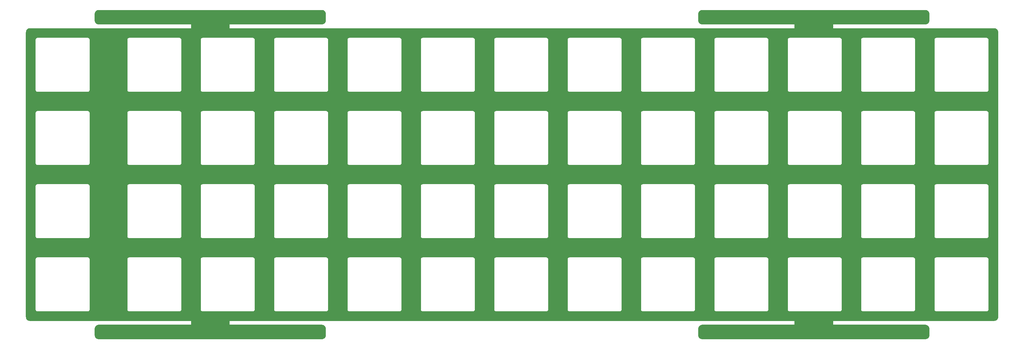
<source format=gbr>
%TF.GenerationSoftware,KiCad,Pcbnew,7.0.1-0*%
%TF.CreationDate,2023-08-03T16:04:49-05:00*%
%TF.ProjectId,plate,706c6174-652e-46b6-9963-61645f706362,rev?*%
%TF.SameCoordinates,Original*%
%TF.FileFunction,Copper,L1,Top*%
%TF.FilePolarity,Positive*%
%FSLAX46Y46*%
G04 Gerber Fmt 4.6, Leading zero omitted, Abs format (unit mm)*
G04 Created by KiCad (PCBNEW 7.0.1-0) date 2023-08-03 16:04:49*
%MOMM*%
%LPD*%
G01*
G04 APERTURE LIST*
%TA.AperFunction,ViaPad*%
%ADD10C,0.800000*%
%TD*%
G04 APERTURE END LIST*
D10*
%TO.N,GND*%
X254375000Y-41550000D03*
%TD*%
%TA.AperFunction,Conductor*%
%TO.N,GND*%
G36*
X100677290Y-39494760D02*
G01*
X100716687Y-39498206D01*
X100717870Y-39498316D01*
X100843676Y-39510707D01*
X100863593Y-39514331D01*
X100928268Y-39531660D01*
X100932104Y-39532756D01*
X100933478Y-39533173D01*
X101023470Y-39560472D01*
X101039877Y-39566749D01*
X101105690Y-39597437D01*
X101111739Y-39600461D01*
X101112390Y-39600809D01*
X101190988Y-39642820D01*
X101203636Y-39650590D01*
X101264731Y-39693368D01*
X101272263Y-39699082D01*
X101340415Y-39755014D01*
X101349426Y-39763181D01*
X101402496Y-39816251D01*
X101410668Y-39825267D01*
X101466624Y-39893449D01*
X101472339Y-39900981D01*
X101513502Y-39959768D01*
X101515063Y-39961996D01*
X101522846Y-39974666D01*
X101565290Y-40054071D01*
X101568314Y-40060120D01*
X101598912Y-40125737D01*
X101605191Y-40142147D01*
X101633031Y-40233924D01*
X101634144Y-40237824D01*
X101651339Y-40301993D01*
X101654968Y-40321933D01*
X101667497Y-40449135D01*
X101667622Y-40450482D01*
X101670923Y-40488209D01*
X101671395Y-40499017D01*
X101671395Y-42238377D01*
X101670923Y-42249185D01*
X101667486Y-42288468D01*
X101667361Y-42289815D01*
X101654975Y-42415567D01*
X101651347Y-42435505D01*
X101634048Y-42500066D01*
X101632934Y-42503967D01*
X101605208Y-42595371D01*
X101598930Y-42611781D01*
X101568255Y-42677565D01*
X101565230Y-42683615D01*
X101522863Y-42762877D01*
X101515081Y-42775545D01*
X101472321Y-42836614D01*
X101466598Y-42844157D01*
X101410678Y-42912295D01*
X101402507Y-42921310D01*
X101349421Y-42974397D01*
X101340403Y-42982571D01*
X101272250Y-43038502D01*
X101264711Y-43044222D01*
X101203669Y-43086965D01*
X101190998Y-43094749D01*
X101111664Y-43137155D01*
X101105612Y-43140180D01*
X101039911Y-43170815D01*
X101023503Y-43177093D01*
X100931955Y-43204863D01*
X100928055Y-43205977D01*
X100863641Y-43223237D01*
X100843702Y-43226865D01*
X100717321Y-43239313D01*
X100715975Y-43239438D01*
X100684523Y-43242190D01*
X100677368Y-43242816D01*
X100666563Y-43243288D01*
X76694768Y-43243288D01*
X76671894Y-43243246D01*
X76671511Y-43243403D01*
X76671353Y-43243639D01*
X76671371Y-43268404D01*
X76671366Y-43268404D01*
X76671395Y-43268548D01*
X76671395Y-44219028D01*
X76671354Y-44219234D01*
X76671354Y-44243788D01*
X76671395Y-44243887D01*
X76671512Y-44244171D01*
X76671513Y-44244172D01*
X76671703Y-44244250D01*
X76671895Y-44244329D01*
X76671897Y-44244327D01*
X76696511Y-44244312D01*
X76696511Y-44244316D01*
X76696655Y-44244288D01*
X223340885Y-44244288D01*
X223341028Y-44244316D01*
X223341029Y-44244312D01*
X223365642Y-44244327D01*
X223365645Y-44244329D01*
X223366028Y-44244171D01*
X223366145Y-44243887D01*
X223366186Y-44243788D01*
X223366186Y-44219234D01*
X223366145Y-44219028D01*
X223366145Y-43268548D01*
X223366173Y-43268404D01*
X223366169Y-43268404D01*
X223366186Y-43243786D01*
X223366028Y-43243404D01*
X223366027Y-43243403D01*
X223365646Y-43243246D01*
X223341071Y-43243280D01*
X223341070Y-43243250D01*
X223340885Y-43243288D01*
X199371062Y-43243288D01*
X199360256Y-43242816D01*
X199321011Y-43239383D01*
X199319663Y-43239258D01*
X199193829Y-43226865D01*
X199173894Y-43223238D01*
X199109610Y-43206016D01*
X199105703Y-43204900D01*
X199013972Y-43177073D01*
X198997567Y-43170797D01*
X198932094Y-43140269D01*
X198926041Y-43137243D01*
X198846435Y-43094692D01*
X198833769Y-43086911D01*
X198772996Y-43044360D01*
X198765451Y-43038636D01*
X198696968Y-42982433D01*
X198687960Y-42974269D01*
X198635167Y-42921478D01*
X198627013Y-42912481D01*
X198570718Y-42843886D01*
X198565018Y-42836374D01*
X198522549Y-42775723D01*
X198514788Y-42763089D01*
X198472041Y-42683115D01*
X198469038Y-42677108D01*
X198438670Y-42611983D01*
X198432396Y-42595588D01*
X198404316Y-42503017D01*
X198403216Y-42499165D01*
X198386210Y-42435698D01*
X198382584Y-42415770D01*
X198369855Y-42286540D01*
X198369784Y-42285776D01*
X198366615Y-42249549D01*
X198366145Y-42238766D01*
X198366145Y-40499201D01*
X198366617Y-40488396D01*
X198367072Y-40483192D01*
X198370086Y-40448743D01*
X198370167Y-40447874D01*
X198382562Y-40322027D01*
X198386184Y-40302122D01*
X198403581Y-40237198D01*
X198404643Y-40233480D01*
X198432313Y-40142262D01*
X198438578Y-40125889D01*
X198469423Y-40059744D01*
X198472427Y-40053739D01*
X198514598Y-39974843D01*
X198522382Y-39962172D01*
X198565421Y-39900709D01*
X198571089Y-39893236D01*
X198626709Y-39825463D01*
X198634830Y-39816503D01*
X198688383Y-39762955D01*
X198697346Y-39754831D01*
X198764954Y-39699347D01*
X198772443Y-39693666D01*
X198834179Y-39650440D01*
X198846797Y-39642689D01*
X198925216Y-39600773D01*
X198931157Y-39597803D01*
X198997959Y-39566656D01*
X199014332Y-39560391D01*
X199104145Y-39533147D01*
X199107890Y-39532079D01*
X199174248Y-39514301D01*
X199194161Y-39510677D01*
X199314684Y-39498807D01*
X199315737Y-39498709D01*
X199360912Y-39494758D01*
X199371709Y-39494288D01*
X257360227Y-39494288D01*
X257371036Y-39494760D01*
X257374116Y-39495029D01*
X257410876Y-39498247D01*
X257411677Y-39498321D01*
X257537361Y-39510700D01*
X257557286Y-39514326D01*
X257622363Y-39531766D01*
X257626245Y-39532875D01*
X257638353Y-39536547D01*
X257717105Y-39560436D01*
X257733497Y-39566708D01*
X257799808Y-39597631D01*
X257805812Y-39600633D01*
X257873451Y-39636787D01*
X257884531Y-39642710D01*
X257897203Y-39650495D01*
X257958776Y-39693611D01*
X257966314Y-39699330D01*
X258033882Y-39754781D01*
X258042901Y-39762955D01*
X258096488Y-39816544D01*
X258104658Y-39825559D01*
X258160036Y-39893037D01*
X258165758Y-39900579D01*
X258208979Y-39962306D01*
X258216762Y-39974976D01*
X258258656Y-40053354D01*
X258261680Y-40059403D01*
X258292755Y-40126044D01*
X258299034Y-40142453D01*
X258326353Y-40232512D01*
X258327467Y-40236414D01*
X258345119Y-40302294D01*
X258348747Y-40322232D01*
X258360805Y-40444650D01*
X258360930Y-40445996D01*
X258364673Y-40488772D01*
X258365145Y-40499581D01*
X258365145Y-42238375D01*
X258364673Y-42249184D01*
X258361234Y-42288487D01*
X258361109Y-42289832D01*
X258348725Y-42415573D01*
X258345097Y-42435511D01*
X258327818Y-42500001D01*
X258326704Y-42503905D01*
X258298947Y-42595407D01*
X258292669Y-42611813D01*
X258262057Y-42677465D01*
X258259032Y-42683517D01*
X258216578Y-42762942D01*
X258208796Y-42775609D01*
X258166154Y-42836511D01*
X258160432Y-42844054D01*
X258104341Y-42912402D01*
X258096170Y-42921418D01*
X258043292Y-42974298D01*
X258034275Y-42982471D01*
X257965795Y-43038672D01*
X257958254Y-43044393D01*
X257897587Y-43086874D01*
X257884916Y-43094658D01*
X257804952Y-43137400D01*
X257798907Y-43140422D01*
X257733882Y-43170747D01*
X257717468Y-43177028D01*
X257624589Y-43205202D01*
X257620693Y-43206314D01*
X257557643Y-43223211D01*
X257537698Y-43226841D01*
X257406755Y-43239738D01*
X257405416Y-43239862D01*
X257371688Y-43242815D01*
X257360873Y-43243288D01*
X233388518Y-43243288D01*
X233365644Y-43243246D01*
X233365261Y-43243403D01*
X233365103Y-43243639D01*
X233365121Y-43268404D01*
X233365116Y-43268404D01*
X233365145Y-43268548D01*
X233365145Y-44219028D01*
X233365104Y-44219234D01*
X233365104Y-44243788D01*
X233365145Y-44243887D01*
X233365262Y-44244171D01*
X233365263Y-44244172D01*
X233365453Y-44244250D01*
X233365645Y-44244329D01*
X233365647Y-44244327D01*
X233390261Y-44244312D01*
X233390261Y-44244316D01*
X233390405Y-44244288D01*
X275219605Y-44244288D01*
X275230412Y-44244760D01*
X275238185Y-44245440D01*
X275269994Y-44248223D01*
X275271063Y-44248322D01*
X275396778Y-44260705D01*
X275416688Y-44264328D01*
X275481565Y-44281712D01*
X275485351Y-44282793D01*
X275576546Y-44310456D01*
X275592939Y-44316729D01*
X275659036Y-44347551D01*
X275664985Y-44350525D01*
X275744015Y-44392768D01*
X275756671Y-44400544D01*
X275777800Y-44415339D01*
X275818001Y-44443489D01*
X275825540Y-44449208D01*
X275864066Y-44480824D01*
X275893394Y-44504894D01*
X275902408Y-44513064D01*
X275955747Y-44566404D01*
X275963918Y-44575419D01*
X276019580Y-44643243D01*
X276025294Y-44650774D01*
X276068275Y-44712158D01*
X276076054Y-44724820D01*
X276118225Y-44803715D01*
X276121240Y-44809746D01*
X276125719Y-44819351D01*
X276152083Y-44875890D01*
X276158361Y-44892298D01*
X276185946Y-44983234D01*
X276187059Y-44987134D01*
X276204478Y-45052139D01*
X276208107Y-45072080D01*
X276220402Y-45196915D01*
X276220527Y-45198257D01*
X276224048Y-45238483D01*
X276224520Y-45249295D01*
X276224520Y-119438376D01*
X276224048Y-119449182D01*
X276220612Y-119488460D01*
X276220487Y-119489809D01*
X276208100Y-119615569D01*
X276204472Y-119635506D01*
X276187181Y-119700041D01*
X276186067Y-119703944D01*
X276158328Y-119795387D01*
X276152050Y-119811795D01*
X276121403Y-119877520D01*
X276118378Y-119883571D01*
X276075970Y-119962910D01*
X276068188Y-119975577D01*
X276025490Y-120036559D01*
X276019767Y-120044103D01*
X275963758Y-120112350D01*
X275955587Y-120121365D01*
X275902608Y-120174345D01*
X275893592Y-120182517D01*
X275825272Y-120238587D01*
X275817731Y-120244309D01*
X275756875Y-120286922D01*
X275744203Y-120294706D01*
X275664564Y-120337274D01*
X275658517Y-120340298D01*
X275593146Y-120370782D01*
X275576736Y-120377061D01*
X275484509Y-120405038D01*
X275480608Y-120406151D01*
X275416897Y-120423223D01*
X275396957Y-120426852D01*
X275268303Y-120439524D01*
X275266960Y-120439649D01*
X275237393Y-120442236D01*
X275230774Y-120442816D01*
X275219966Y-120443288D01*
X233390405Y-120443288D01*
X233390199Y-120443247D01*
X233365643Y-120443247D01*
X233365452Y-120443326D01*
X233365264Y-120443403D01*
X233365260Y-120443406D01*
X233365104Y-120443787D01*
X233365121Y-120468404D01*
X233365116Y-120468404D01*
X233365145Y-120468548D01*
X233365145Y-121419028D01*
X233365104Y-121419234D01*
X233365104Y-121443788D01*
X233365145Y-121443887D01*
X233365262Y-121444171D01*
X233365263Y-121444172D01*
X233365453Y-121444250D01*
X233365645Y-121444329D01*
X233365647Y-121444327D01*
X233390261Y-121444312D01*
X233390261Y-121444316D01*
X233390405Y-121444288D01*
X257360227Y-121444288D01*
X257371036Y-121444760D01*
X257374116Y-121445029D01*
X257410876Y-121448247D01*
X257411677Y-121448321D01*
X257537361Y-121460700D01*
X257557286Y-121464326D01*
X257622363Y-121481766D01*
X257626245Y-121482875D01*
X257638353Y-121486547D01*
X257717105Y-121510436D01*
X257733497Y-121516708D01*
X257799808Y-121547631D01*
X257805812Y-121550633D01*
X257873451Y-121586787D01*
X257884531Y-121592710D01*
X257897203Y-121600495D01*
X257958776Y-121643611D01*
X257966314Y-121649330D01*
X258033882Y-121704781D01*
X258042901Y-121712955D01*
X258096488Y-121766544D01*
X258104658Y-121775559D01*
X258160036Y-121843037D01*
X258165758Y-121850579D01*
X258208979Y-121912306D01*
X258216762Y-121924976D01*
X258258656Y-122003354D01*
X258261680Y-122009403D01*
X258292755Y-122076044D01*
X258299034Y-122092453D01*
X258326353Y-122182512D01*
X258327467Y-122186414D01*
X258345119Y-122252294D01*
X258348747Y-122272232D01*
X258360805Y-122394650D01*
X258360930Y-122395996D01*
X258364673Y-122438772D01*
X258365145Y-122449581D01*
X258365145Y-124188375D01*
X258364673Y-124199184D01*
X258361234Y-124238487D01*
X258361109Y-124239832D01*
X258348725Y-124365573D01*
X258345097Y-124385511D01*
X258327818Y-124450001D01*
X258326704Y-124453905D01*
X258298947Y-124545407D01*
X258292669Y-124561813D01*
X258262057Y-124627465D01*
X258259032Y-124633517D01*
X258216578Y-124712942D01*
X258208796Y-124725609D01*
X258166154Y-124786511D01*
X258160432Y-124794054D01*
X258104341Y-124862402D01*
X258096170Y-124871418D01*
X258043292Y-124924298D01*
X258034275Y-124932471D01*
X257965795Y-124988672D01*
X257958254Y-124994393D01*
X257897587Y-125036874D01*
X257884916Y-125044658D01*
X257804952Y-125087400D01*
X257798907Y-125090422D01*
X257733882Y-125120747D01*
X257717468Y-125127028D01*
X257624589Y-125155202D01*
X257620693Y-125156314D01*
X257557643Y-125173211D01*
X257537698Y-125176841D01*
X257406755Y-125189738D01*
X257405416Y-125189862D01*
X257371688Y-125192815D01*
X257360873Y-125193288D01*
X199371062Y-125193288D01*
X199360256Y-125192816D01*
X199321011Y-125189383D01*
X199319663Y-125189258D01*
X199193829Y-125176865D01*
X199173894Y-125173238D01*
X199109610Y-125156016D01*
X199105703Y-125154900D01*
X199013972Y-125127073D01*
X198997567Y-125120797D01*
X198932094Y-125090269D01*
X198926041Y-125087243D01*
X198846435Y-125044692D01*
X198833769Y-125036911D01*
X198772996Y-124994360D01*
X198765451Y-124988636D01*
X198696968Y-124932433D01*
X198687960Y-124924269D01*
X198635167Y-124871478D01*
X198627013Y-124862481D01*
X198570718Y-124793886D01*
X198565018Y-124786374D01*
X198522549Y-124725723D01*
X198514788Y-124713089D01*
X198472041Y-124633115D01*
X198469038Y-124627108D01*
X198438670Y-124561983D01*
X198432396Y-124545588D01*
X198404316Y-124453017D01*
X198403216Y-124449165D01*
X198386210Y-124385698D01*
X198382584Y-124365770D01*
X198369855Y-124236540D01*
X198369784Y-124235776D01*
X198366615Y-124199549D01*
X198366145Y-124188766D01*
X198366145Y-122449201D01*
X198366617Y-122438396D01*
X198367072Y-122433192D01*
X198370086Y-122398743D01*
X198370167Y-122397874D01*
X198382562Y-122272027D01*
X198386184Y-122252122D01*
X198403581Y-122187198D01*
X198404643Y-122183480D01*
X198432313Y-122092262D01*
X198438578Y-122075889D01*
X198469423Y-122009744D01*
X198472427Y-122003739D01*
X198514598Y-121924843D01*
X198522382Y-121912172D01*
X198565421Y-121850709D01*
X198571089Y-121843236D01*
X198626709Y-121775463D01*
X198634830Y-121766503D01*
X198688383Y-121712955D01*
X198697346Y-121704831D01*
X198764954Y-121649347D01*
X198772443Y-121643666D01*
X198834179Y-121600440D01*
X198846797Y-121592689D01*
X198925216Y-121550773D01*
X198931157Y-121547803D01*
X198997959Y-121516656D01*
X199014332Y-121510391D01*
X199104145Y-121483147D01*
X199107890Y-121482079D01*
X199174248Y-121464301D01*
X199194161Y-121460677D01*
X199314684Y-121448807D01*
X199315737Y-121448709D01*
X199360912Y-121444758D01*
X199371709Y-121444288D01*
X223340885Y-121444288D01*
X223341028Y-121444316D01*
X223341029Y-121444312D01*
X223365642Y-121444327D01*
X223365645Y-121444329D01*
X223366028Y-121444171D01*
X223366145Y-121443887D01*
X223366186Y-121443788D01*
X223366186Y-121419234D01*
X223366145Y-121419028D01*
X223366145Y-120468548D01*
X223366173Y-120468404D01*
X223366169Y-120468404D01*
X223366184Y-120443790D01*
X223366186Y-120443788D01*
X223366106Y-120443596D01*
X223366029Y-120443406D01*
X223366025Y-120443402D01*
X223365839Y-120443326D01*
X223365647Y-120443247D01*
X223341091Y-120443247D01*
X223340885Y-120443288D01*
X76696655Y-120443288D01*
X76696449Y-120443247D01*
X76671893Y-120443247D01*
X76671702Y-120443326D01*
X76671514Y-120443403D01*
X76671510Y-120443406D01*
X76671354Y-120443787D01*
X76671371Y-120468404D01*
X76671366Y-120468404D01*
X76671395Y-120468548D01*
X76671395Y-121419028D01*
X76671354Y-121419234D01*
X76671354Y-121443788D01*
X76671395Y-121443887D01*
X76671511Y-121444170D01*
X76671512Y-121444171D01*
X76671513Y-121444172D01*
X76671703Y-121444250D01*
X76671895Y-121444329D01*
X76671897Y-121444327D01*
X76696511Y-121444312D01*
X76696511Y-121444316D01*
X76696655Y-121444288D01*
X100666485Y-121444288D01*
X100677290Y-121444760D01*
X100716687Y-121448206D01*
X100717870Y-121448316D01*
X100843676Y-121460707D01*
X100863593Y-121464331D01*
X100928268Y-121481660D01*
X100932104Y-121482756D01*
X100933478Y-121483173D01*
X101023470Y-121510472D01*
X101039877Y-121516749D01*
X101105690Y-121547437D01*
X101111739Y-121550461D01*
X101112390Y-121550809D01*
X101190988Y-121592820D01*
X101203636Y-121600590D01*
X101264731Y-121643368D01*
X101272263Y-121649082D01*
X101340415Y-121705014D01*
X101349426Y-121713181D01*
X101402496Y-121766251D01*
X101410668Y-121775267D01*
X101466624Y-121843449D01*
X101472339Y-121850981D01*
X101513502Y-121909768D01*
X101515063Y-121911996D01*
X101522846Y-121924666D01*
X101565290Y-122004071D01*
X101568314Y-122010120D01*
X101598912Y-122075737D01*
X101605191Y-122092147D01*
X101633031Y-122183924D01*
X101634144Y-122187824D01*
X101651339Y-122251993D01*
X101654968Y-122271933D01*
X101667497Y-122399135D01*
X101667622Y-122400482D01*
X101670923Y-122438209D01*
X101671395Y-122449017D01*
X101671395Y-124188377D01*
X101670923Y-124199185D01*
X101667486Y-124238468D01*
X101667361Y-124239815D01*
X101654975Y-124365567D01*
X101651347Y-124385505D01*
X101634048Y-124450066D01*
X101632934Y-124453967D01*
X101605208Y-124545371D01*
X101598930Y-124561781D01*
X101568255Y-124627565D01*
X101565230Y-124633615D01*
X101522863Y-124712877D01*
X101515081Y-124725545D01*
X101472321Y-124786614D01*
X101466598Y-124794157D01*
X101410678Y-124862295D01*
X101402507Y-124871310D01*
X101349421Y-124924397D01*
X101340403Y-124932571D01*
X101272250Y-124988502D01*
X101264711Y-124994222D01*
X101203669Y-125036965D01*
X101190998Y-125044749D01*
X101111664Y-125087155D01*
X101105612Y-125090180D01*
X101039911Y-125120815D01*
X101023503Y-125127093D01*
X100931955Y-125154863D01*
X100928055Y-125155977D01*
X100863641Y-125173237D01*
X100843702Y-125176865D01*
X100717321Y-125189313D01*
X100715975Y-125189438D01*
X100684523Y-125192190D01*
X100677368Y-125192816D01*
X100666563Y-125193288D01*
X42677311Y-125193288D01*
X42666501Y-125192816D01*
X42663433Y-125192547D01*
X42627116Y-125189369D01*
X42625774Y-125189244D01*
X42500138Y-125176870D01*
X42480199Y-125173242D01*
X42415476Y-125155900D01*
X42411588Y-125154790D01*
X42320353Y-125127114D01*
X42303948Y-125120837D01*
X42281639Y-125110434D01*
X42237979Y-125090074D01*
X42231934Y-125087051D01*
X42152889Y-125044801D01*
X42140219Y-125037018D01*
X42078947Y-124994115D01*
X42071406Y-124988394D01*
X42003486Y-124932653D01*
X41994479Y-124924490D01*
X41967826Y-124897837D01*
X41941190Y-124871200D01*
X41933020Y-124862186D01*
X41877295Y-124794284D01*
X41871599Y-124786777D01*
X41828644Y-124725429D01*
X41820866Y-124712766D01*
X41778687Y-124633854D01*
X41775663Y-124627805D01*
X41775551Y-124627565D01*
X41744823Y-124561667D01*
X41738552Y-124545277D01*
X41711005Y-124454464D01*
X41709891Y-124450563D01*
X41709758Y-124450066D01*
X41692429Y-124385391D01*
X41688804Y-124365470D01*
X41676556Y-124241116D01*
X41676488Y-124240386D01*
X41672865Y-124198973D01*
X41672395Y-124188181D01*
X41672395Y-122449200D01*
X41672867Y-122438395D01*
X41673337Y-122433012D01*
X41676326Y-122398857D01*
X41676420Y-122397843D01*
X41688812Y-122272029D01*
X41692437Y-122252103D01*
X41709806Y-122187282D01*
X41710890Y-122183489D01*
X41738570Y-122092239D01*
X41744836Y-122075861D01*
X41775627Y-122009831D01*
X41778624Y-122003837D01*
X41820887Y-121924769D01*
X41828653Y-121912126D01*
X41871586Y-121850813D01*
X41877274Y-121843316D01*
X41933046Y-121775358D01*
X41941174Y-121766390D01*
X41994504Y-121713061D01*
X42003462Y-121704941D01*
X42071420Y-121649169D01*
X42078897Y-121643497D01*
X42140254Y-121600534D01*
X42152878Y-121592779D01*
X42231929Y-121550525D01*
X42237860Y-121547560D01*
X42303997Y-121516720D01*
X42320366Y-121510457D01*
X42411474Y-121482820D01*
X42415215Y-121481752D01*
X42480251Y-121464325D01*
X42500164Y-121460702D01*
X42625532Y-121448354D01*
X42626045Y-121448306D01*
X42666596Y-121444758D01*
X42677388Y-121444288D01*
X66647135Y-121444288D01*
X66647278Y-121444316D01*
X66647279Y-121444312D01*
X66671892Y-121444327D01*
X66671895Y-121444329D01*
X66672278Y-121444171D01*
X66672395Y-121443887D01*
X66672436Y-121443788D01*
X66672436Y-121419234D01*
X66672395Y-121419028D01*
X66672395Y-120468548D01*
X66672423Y-120468404D01*
X66672419Y-120468404D01*
X66672434Y-120443790D01*
X66672436Y-120443788D01*
X66672357Y-120443596D01*
X66672279Y-120443406D01*
X66672275Y-120443402D01*
X66672089Y-120443326D01*
X66671897Y-120443247D01*
X66647341Y-120443247D01*
X66647135Y-120443288D01*
X24817930Y-120443288D01*
X24807126Y-120442816D01*
X24799829Y-120442177D01*
X24767852Y-120439380D01*
X24766506Y-120439255D01*
X24640735Y-120426868D01*
X24620797Y-120423240D01*
X24556296Y-120405958D01*
X24552393Y-120404844D01*
X24460913Y-120377094D01*
X24444506Y-120370816D01*
X24378790Y-120340174D01*
X24372757Y-120337158D01*
X24293401Y-120294741D01*
X24280737Y-120286962D01*
X24280680Y-120286922D01*
X24219715Y-120244234D01*
X24212207Y-120238538D01*
X24143977Y-120182544D01*
X24134969Y-120174378D01*
X24081932Y-120121342D01*
X24073759Y-120112325D01*
X24017755Y-120044083D01*
X24012063Y-120036581D01*
X23969348Y-119975577D01*
X23961574Y-119962922D01*
X23919160Y-119883571D01*
X23919118Y-119883492D01*
X23916110Y-119877476D01*
X23885493Y-119811817D01*
X23879221Y-119795424D01*
X23851412Y-119703746D01*
X23850305Y-119699870D01*
X23833068Y-119635538D01*
X23829444Y-119615622D01*
X23816953Y-119488799D01*
X23816892Y-119488152D01*
X23813490Y-119449252D01*
X23813020Y-119438472D01*
X23813020Y-117475180D01*
X26337011Y-117475180D01*
X26362107Y-117585143D01*
X26386366Y-117635517D01*
X26411043Y-117686760D01*
X26481365Y-117774941D01*
X26569547Y-117845261D01*
X26671166Y-117894196D01*
X26781126Y-117919290D01*
X26837520Y-117919288D01*
X26838020Y-117919288D01*
X39786127Y-117919288D01*
X39786297Y-117919321D01*
X39837520Y-117919320D01*
X39893915Y-117919318D01*
X40003875Y-117894216D01*
X40105492Y-117845275D01*
X40193672Y-117774949D01*
X40263992Y-117686765D01*
X40312926Y-117585144D01*
X40338021Y-117475182D01*
X40338021Y-117475180D01*
X50149511Y-117475180D01*
X50174607Y-117585143D01*
X50198866Y-117635517D01*
X50223543Y-117686760D01*
X50293865Y-117774941D01*
X50382047Y-117845261D01*
X50483666Y-117894196D01*
X50593626Y-117919290D01*
X50650020Y-117919288D01*
X50650520Y-117919288D01*
X63598627Y-117919288D01*
X63598797Y-117919321D01*
X63650020Y-117919320D01*
X63706415Y-117919318D01*
X63816375Y-117894216D01*
X63917992Y-117845275D01*
X64006172Y-117774949D01*
X64076492Y-117686765D01*
X64125426Y-117585144D01*
X64150521Y-117475182D01*
X64150521Y-117475180D01*
X69199511Y-117475180D01*
X69224607Y-117585143D01*
X69248866Y-117635517D01*
X69273543Y-117686760D01*
X69343865Y-117774941D01*
X69432047Y-117845261D01*
X69533666Y-117894196D01*
X69643626Y-117919290D01*
X69700020Y-117919288D01*
X69700520Y-117919288D01*
X82648627Y-117919288D01*
X82648797Y-117919321D01*
X82700020Y-117919320D01*
X82756415Y-117919318D01*
X82866375Y-117894216D01*
X82967992Y-117845275D01*
X83056172Y-117774949D01*
X83126492Y-117686765D01*
X83175426Y-117585144D01*
X83200521Y-117475182D01*
X83200521Y-117475180D01*
X88249511Y-117475180D01*
X88274607Y-117585143D01*
X88298866Y-117635517D01*
X88323543Y-117686760D01*
X88393865Y-117774941D01*
X88482047Y-117845261D01*
X88583666Y-117894196D01*
X88693626Y-117919290D01*
X88750020Y-117919288D01*
X88750520Y-117919288D01*
X101698627Y-117919288D01*
X101698797Y-117919321D01*
X101750020Y-117919320D01*
X101806415Y-117919318D01*
X101916375Y-117894216D01*
X102017992Y-117845275D01*
X102106172Y-117774949D01*
X102176492Y-117686765D01*
X102225426Y-117585144D01*
X102250521Y-117475182D01*
X102250521Y-117475180D01*
X107299511Y-117475180D01*
X107324607Y-117585143D01*
X107348866Y-117635517D01*
X107373543Y-117686760D01*
X107443865Y-117774941D01*
X107532047Y-117845261D01*
X107633666Y-117894196D01*
X107743626Y-117919290D01*
X107800020Y-117919288D01*
X107800520Y-117919288D01*
X120748627Y-117919288D01*
X120748797Y-117919321D01*
X120800020Y-117919320D01*
X120856415Y-117919318D01*
X120966375Y-117894216D01*
X121067992Y-117845275D01*
X121156172Y-117774949D01*
X121226492Y-117686765D01*
X121275426Y-117585144D01*
X121300521Y-117475182D01*
X121300521Y-117475180D01*
X126349511Y-117475180D01*
X126374607Y-117585143D01*
X126398866Y-117635517D01*
X126423543Y-117686760D01*
X126493865Y-117774941D01*
X126582047Y-117845261D01*
X126683666Y-117894196D01*
X126793626Y-117919290D01*
X126850020Y-117919288D01*
X126850520Y-117919288D01*
X139798627Y-117919288D01*
X139798797Y-117919321D01*
X139850020Y-117919320D01*
X139906415Y-117919318D01*
X140016375Y-117894216D01*
X140117992Y-117845275D01*
X140206172Y-117774949D01*
X140276492Y-117686765D01*
X140325426Y-117585144D01*
X140350521Y-117475182D01*
X140350521Y-117475180D01*
X145399511Y-117475180D01*
X145424607Y-117585143D01*
X145448866Y-117635517D01*
X145473543Y-117686760D01*
X145543865Y-117774941D01*
X145632047Y-117845261D01*
X145733666Y-117894196D01*
X145843626Y-117919290D01*
X145900020Y-117919288D01*
X145900520Y-117919288D01*
X158848627Y-117919288D01*
X158848797Y-117919321D01*
X158900020Y-117919320D01*
X158956415Y-117919318D01*
X159066375Y-117894216D01*
X159167992Y-117845275D01*
X159256172Y-117774949D01*
X159326492Y-117686765D01*
X159375426Y-117585144D01*
X159400521Y-117475182D01*
X159400521Y-117475180D01*
X164449511Y-117475180D01*
X164474607Y-117585143D01*
X164498866Y-117635517D01*
X164523543Y-117686760D01*
X164593865Y-117774941D01*
X164682047Y-117845261D01*
X164783666Y-117894196D01*
X164893626Y-117919290D01*
X164950020Y-117919288D01*
X164950520Y-117919288D01*
X177898627Y-117919288D01*
X177898797Y-117919321D01*
X177950020Y-117919320D01*
X178006415Y-117919318D01*
X178116375Y-117894216D01*
X178217992Y-117845275D01*
X178306172Y-117774949D01*
X178376492Y-117686765D01*
X178425426Y-117585144D01*
X178450521Y-117475182D01*
X178450521Y-117475180D01*
X183499511Y-117475180D01*
X183524607Y-117585143D01*
X183548866Y-117635517D01*
X183573543Y-117686760D01*
X183643865Y-117774941D01*
X183732047Y-117845261D01*
X183833666Y-117894196D01*
X183943626Y-117919290D01*
X184000020Y-117919288D01*
X184000520Y-117919288D01*
X196948627Y-117919288D01*
X196948797Y-117919321D01*
X197000020Y-117919320D01*
X197056415Y-117919318D01*
X197166375Y-117894216D01*
X197267992Y-117845275D01*
X197356172Y-117774949D01*
X197426492Y-117686765D01*
X197475426Y-117585144D01*
X197500521Y-117475182D01*
X197500521Y-117475180D01*
X202549511Y-117475180D01*
X202574607Y-117585143D01*
X202598866Y-117635517D01*
X202623543Y-117686760D01*
X202693865Y-117774941D01*
X202782047Y-117845261D01*
X202883666Y-117894196D01*
X202993626Y-117919290D01*
X203050020Y-117919288D01*
X203050520Y-117919288D01*
X215998627Y-117919288D01*
X215998797Y-117919321D01*
X216050020Y-117919320D01*
X216106415Y-117919318D01*
X216216375Y-117894216D01*
X216317992Y-117845275D01*
X216406172Y-117774949D01*
X216476492Y-117686765D01*
X216525426Y-117585144D01*
X216550521Y-117475182D01*
X216550521Y-117475180D01*
X221599511Y-117475180D01*
X221624607Y-117585143D01*
X221648866Y-117635517D01*
X221673543Y-117686760D01*
X221743865Y-117774941D01*
X221832047Y-117845261D01*
X221933666Y-117894196D01*
X222043626Y-117919290D01*
X222100020Y-117919288D01*
X222100520Y-117919288D01*
X235048627Y-117919288D01*
X235048797Y-117919321D01*
X235100020Y-117919320D01*
X235156415Y-117919318D01*
X235266375Y-117894216D01*
X235367992Y-117845275D01*
X235456172Y-117774949D01*
X235526492Y-117686765D01*
X235575426Y-117585144D01*
X235600521Y-117475182D01*
X235600521Y-117475180D01*
X240649511Y-117475180D01*
X240674607Y-117585143D01*
X240698866Y-117635517D01*
X240723543Y-117686760D01*
X240793865Y-117774941D01*
X240882047Y-117845261D01*
X240983666Y-117894196D01*
X241093626Y-117919290D01*
X241150020Y-117919288D01*
X241150520Y-117919288D01*
X254098627Y-117919288D01*
X254098797Y-117919321D01*
X254150020Y-117919320D01*
X254206415Y-117919318D01*
X254316375Y-117894216D01*
X254417992Y-117845275D01*
X254506172Y-117774949D01*
X254576492Y-117686765D01*
X254625426Y-117585144D01*
X254650521Y-117475182D01*
X254650521Y-117475180D01*
X259699511Y-117475180D01*
X259724607Y-117585143D01*
X259748866Y-117635517D01*
X259773543Y-117686760D01*
X259843865Y-117774941D01*
X259932047Y-117845261D01*
X260033666Y-117894196D01*
X260143626Y-117919290D01*
X260200020Y-117919288D01*
X260200520Y-117919288D01*
X273148627Y-117919288D01*
X273148797Y-117919321D01*
X273200020Y-117919320D01*
X273256415Y-117919318D01*
X273366375Y-117894216D01*
X273467992Y-117845275D01*
X273556172Y-117774949D01*
X273626492Y-117686765D01*
X273675426Y-117585144D01*
X273700521Y-117475182D01*
X273700520Y-117418788D01*
X273700520Y-117418288D01*
X273700520Y-104418689D01*
X273700520Y-104418688D01*
X273700520Y-104392096D01*
X273700511Y-104392054D01*
X273700511Y-104362397D01*
X273675413Y-104252440D01*
X273626477Y-104150826D01*
X273556158Y-104062648D01*
X273467981Y-103992327D01*
X273366366Y-103943389D01*
X273256412Y-103918289D01*
X273200119Y-103918288D01*
X260199921Y-103918288D01*
X260176267Y-103918288D01*
X260176105Y-103918318D01*
X260143628Y-103918318D01*
X260033675Y-103943408D01*
X259932057Y-103992341D01*
X259843878Y-104062656D01*
X259773562Y-104150826D01*
X259773558Y-104150831D01*
X259727661Y-104246130D01*
X259724620Y-104252445D01*
X259699520Y-104362396D01*
X259699520Y-117367417D01*
X259699512Y-117367452D01*
X259699511Y-117475180D01*
X254650521Y-117475180D01*
X254650520Y-117418788D01*
X254650520Y-117418288D01*
X254650520Y-104418689D01*
X254650520Y-104418688D01*
X254650520Y-104392096D01*
X254650511Y-104392054D01*
X254650511Y-104362397D01*
X254625413Y-104252440D01*
X254576477Y-104150826D01*
X254506158Y-104062648D01*
X254417981Y-103992327D01*
X254316366Y-103943389D01*
X254206412Y-103918289D01*
X254150119Y-103918288D01*
X241149921Y-103918288D01*
X241126267Y-103918288D01*
X241126105Y-103918318D01*
X241093628Y-103918318D01*
X240983675Y-103943408D01*
X240882057Y-103992341D01*
X240793878Y-104062656D01*
X240723562Y-104150826D01*
X240723558Y-104150831D01*
X240677661Y-104246130D01*
X240674620Y-104252445D01*
X240649520Y-104362396D01*
X240649520Y-117367417D01*
X240649512Y-117367452D01*
X240649511Y-117475180D01*
X235600521Y-117475180D01*
X235600520Y-117418788D01*
X235600520Y-117418288D01*
X235600520Y-104418689D01*
X235600520Y-104418688D01*
X235600520Y-104392096D01*
X235600511Y-104392054D01*
X235600511Y-104362397D01*
X235575413Y-104252440D01*
X235526477Y-104150826D01*
X235456158Y-104062648D01*
X235367981Y-103992327D01*
X235266366Y-103943389D01*
X235156412Y-103918289D01*
X235100119Y-103918288D01*
X222099921Y-103918288D01*
X222076267Y-103918288D01*
X222076105Y-103918318D01*
X222043628Y-103918318D01*
X221933675Y-103943408D01*
X221832057Y-103992341D01*
X221743878Y-104062656D01*
X221673562Y-104150826D01*
X221673558Y-104150831D01*
X221627661Y-104246130D01*
X221624620Y-104252445D01*
X221599520Y-104362396D01*
X221599520Y-117367417D01*
X221599512Y-117367452D01*
X221599511Y-117475180D01*
X216550521Y-117475180D01*
X216550520Y-117418788D01*
X216550520Y-117418288D01*
X216550520Y-104418689D01*
X216550520Y-104418688D01*
X216550520Y-104392096D01*
X216550511Y-104392054D01*
X216550511Y-104362397D01*
X216525413Y-104252440D01*
X216476477Y-104150826D01*
X216406158Y-104062648D01*
X216317981Y-103992327D01*
X216216366Y-103943389D01*
X216106412Y-103918289D01*
X216050119Y-103918288D01*
X203049921Y-103918288D01*
X203026267Y-103918288D01*
X203026105Y-103918318D01*
X202993628Y-103918318D01*
X202883675Y-103943408D01*
X202782057Y-103992341D01*
X202693878Y-104062656D01*
X202623562Y-104150826D01*
X202623558Y-104150831D01*
X202577661Y-104246130D01*
X202574620Y-104252445D01*
X202549520Y-104362396D01*
X202549520Y-117367417D01*
X202549512Y-117367452D01*
X202549511Y-117475180D01*
X197500521Y-117475180D01*
X197500520Y-117418788D01*
X197500520Y-117418288D01*
X197500520Y-104418689D01*
X197500520Y-104418688D01*
X197500520Y-104392096D01*
X197500511Y-104392054D01*
X197500511Y-104362397D01*
X197475413Y-104252440D01*
X197426477Y-104150826D01*
X197356158Y-104062648D01*
X197267981Y-103992327D01*
X197166366Y-103943389D01*
X197056412Y-103918289D01*
X197000119Y-103918288D01*
X183999921Y-103918288D01*
X183976267Y-103918288D01*
X183976105Y-103918318D01*
X183943628Y-103918318D01*
X183833675Y-103943408D01*
X183732057Y-103992341D01*
X183643878Y-104062656D01*
X183573562Y-104150826D01*
X183573558Y-104150831D01*
X183527661Y-104246130D01*
X183524620Y-104252445D01*
X183499520Y-104362396D01*
X183499520Y-117367417D01*
X183499512Y-117367452D01*
X183499511Y-117475180D01*
X178450521Y-117475180D01*
X178450520Y-117418788D01*
X178450520Y-117418288D01*
X178450520Y-104418689D01*
X178450520Y-104418688D01*
X178450520Y-104392096D01*
X178450511Y-104392054D01*
X178450511Y-104362397D01*
X178425413Y-104252440D01*
X178376477Y-104150826D01*
X178306158Y-104062648D01*
X178217981Y-103992327D01*
X178116366Y-103943389D01*
X178006412Y-103918289D01*
X177950119Y-103918288D01*
X164949921Y-103918288D01*
X164926267Y-103918288D01*
X164926105Y-103918318D01*
X164893628Y-103918318D01*
X164783675Y-103943408D01*
X164682057Y-103992341D01*
X164593878Y-104062656D01*
X164523562Y-104150826D01*
X164523558Y-104150831D01*
X164477661Y-104246130D01*
X164474620Y-104252445D01*
X164449520Y-104362396D01*
X164449520Y-117367417D01*
X164449512Y-117367452D01*
X164449511Y-117475180D01*
X159400521Y-117475180D01*
X159400520Y-117418788D01*
X159400520Y-117418288D01*
X159400520Y-104418689D01*
X159400520Y-104418688D01*
X159400520Y-104392096D01*
X159400511Y-104392054D01*
X159400511Y-104362397D01*
X159375413Y-104252440D01*
X159326477Y-104150826D01*
X159256158Y-104062648D01*
X159167981Y-103992327D01*
X159066366Y-103943389D01*
X158956412Y-103918289D01*
X158900119Y-103918288D01*
X145899921Y-103918288D01*
X145876267Y-103918288D01*
X145876105Y-103918318D01*
X145843628Y-103918318D01*
X145733675Y-103943408D01*
X145632057Y-103992341D01*
X145543878Y-104062656D01*
X145473562Y-104150826D01*
X145473558Y-104150831D01*
X145427661Y-104246130D01*
X145424620Y-104252445D01*
X145399520Y-104362396D01*
X145399520Y-117367417D01*
X145399512Y-117367452D01*
X145399511Y-117475180D01*
X140350521Y-117475180D01*
X140350520Y-117418788D01*
X140350520Y-117418288D01*
X140350520Y-104418689D01*
X140350520Y-104418688D01*
X140350520Y-104392096D01*
X140350511Y-104392054D01*
X140350511Y-104362397D01*
X140325413Y-104252440D01*
X140276477Y-104150826D01*
X140206158Y-104062648D01*
X140117981Y-103992327D01*
X140016366Y-103943389D01*
X139906412Y-103918289D01*
X139850119Y-103918288D01*
X126849921Y-103918288D01*
X126826267Y-103918288D01*
X126826105Y-103918318D01*
X126793628Y-103918318D01*
X126683675Y-103943408D01*
X126582057Y-103992341D01*
X126493878Y-104062656D01*
X126423562Y-104150826D01*
X126423558Y-104150831D01*
X126377661Y-104246130D01*
X126374620Y-104252445D01*
X126349520Y-104362396D01*
X126349520Y-117367417D01*
X126349512Y-117367452D01*
X126349511Y-117475180D01*
X121300521Y-117475180D01*
X121300520Y-117418788D01*
X121300520Y-117418288D01*
X121300520Y-104418689D01*
X121300520Y-104418688D01*
X121300520Y-104392096D01*
X121300511Y-104392054D01*
X121300511Y-104362397D01*
X121275413Y-104252440D01*
X121226477Y-104150826D01*
X121156158Y-104062648D01*
X121067981Y-103992327D01*
X120966366Y-103943389D01*
X120856412Y-103918289D01*
X120800119Y-103918288D01*
X107799921Y-103918288D01*
X107776267Y-103918288D01*
X107776105Y-103918318D01*
X107743628Y-103918318D01*
X107633675Y-103943408D01*
X107532057Y-103992341D01*
X107443878Y-104062656D01*
X107373562Y-104150826D01*
X107373558Y-104150831D01*
X107327661Y-104246130D01*
X107324620Y-104252445D01*
X107299520Y-104362396D01*
X107299520Y-117367417D01*
X107299512Y-117367452D01*
X107299511Y-117475180D01*
X102250521Y-117475180D01*
X102250520Y-117418788D01*
X102250520Y-117418288D01*
X102250520Y-104418689D01*
X102250520Y-104418688D01*
X102250520Y-104392096D01*
X102250511Y-104392054D01*
X102250511Y-104362397D01*
X102225413Y-104252440D01*
X102176477Y-104150826D01*
X102106158Y-104062648D01*
X102017981Y-103992327D01*
X101916366Y-103943389D01*
X101806412Y-103918289D01*
X101750119Y-103918288D01*
X88749921Y-103918288D01*
X88726267Y-103918288D01*
X88726105Y-103918318D01*
X88693628Y-103918318D01*
X88583675Y-103943408D01*
X88482057Y-103992341D01*
X88393878Y-104062656D01*
X88323562Y-104150826D01*
X88323558Y-104150831D01*
X88277661Y-104246130D01*
X88274620Y-104252445D01*
X88249520Y-104362396D01*
X88249520Y-117367417D01*
X88249512Y-117367452D01*
X88249511Y-117475180D01*
X83200521Y-117475180D01*
X83200520Y-117418788D01*
X83200520Y-117418288D01*
X83200520Y-104418689D01*
X83200520Y-104418688D01*
X83200520Y-104392096D01*
X83200511Y-104392054D01*
X83200511Y-104362397D01*
X83175413Y-104252440D01*
X83126477Y-104150826D01*
X83056158Y-104062648D01*
X82967981Y-103992327D01*
X82866366Y-103943389D01*
X82756412Y-103918289D01*
X82700119Y-103918288D01*
X69699921Y-103918288D01*
X69676267Y-103918288D01*
X69676105Y-103918318D01*
X69643628Y-103918318D01*
X69533675Y-103943408D01*
X69432057Y-103992341D01*
X69343878Y-104062656D01*
X69273562Y-104150826D01*
X69273558Y-104150831D01*
X69227661Y-104246130D01*
X69224620Y-104252445D01*
X69199520Y-104362396D01*
X69199520Y-117367417D01*
X69199512Y-117367452D01*
X69199511Y-117475180D01*
X64150521Y-117475180D01*
X64150520Y-117418788D01*
X64150520Y-117418288D01*
X64150520Y-104418689D01*
X64150520Y-104418688D01*
X64150520Y-104392096D01*
X64150511Y-104392054D01*
X64150511Y-104362397D01*
X64125413Y-104252440D01*
X64076477Y-104150826D01*
X64006158Y-104062648D01*
X63917981Y-103992327D01*
X63816366Y-103943389D01*
X63706412Y-103918289D01*
X63650119Y-103918288D01*
X50649921Y-103918288D01*
X50626267Y-103918288D01*
X50626105Y-103918318D01*
X50593628Y-103918318D01*
X50483675Y-103943408D01*
X50382057Y-103992341D01*
X50293878Y-104062656D01*
X50223562Y-104150826D01*
X50223558Y-104150831D01*
X50177661Y-104246130D01*
X50174620Y-104252445D01*
X50149520Y-104362396D01*
X50149520Y-117367417D01*
X50149512Y-117367452D01*
X50149511Y-117475180D01*
X40338021Y-117475180D01*
X40338020Y-117418788D01*
X40338020Y-117418288D01*
X40338020Y-104418689D01*
X40338020Y-104418688D01*
X40338020Y-104392096D01*
X40338011Y-104392054D01*
X40338011Y-104362397D01*
X40312913Y-104252440D01*
X40263977Y-104150826D01*
X40193658Y-104062648D01*
X40105481Y-103992327D01*
X40003866Y-103943389D01*
X39893912Y-103918289D01*
X39837619Y-103918288D01*
X26837421Y-103918288D01*
X26813767Y-103918288D01*
X26813605Y-103918318D01*
X26781128Y-103918318D01*
X26671175Y-103943408D01*
X26569557Y-103992341D01*
X26481378Y-104062656D01*
X26411062Y-104150826D01*
X26411058Y-104150831D01*
X26365161Y-104246130D01*
X26362120Y-104252445D01*
X26337020Y-104362396D01*
X26337020Y-117367417D01*
X26337012Y-117367452D01*
X26337011Y-117475180D01*
X23813020Y-117475180D01*
X23813020Y-98425180D01*
X26337011Y-98425180D01*
X26362107Y-98535143D01*
X26386366Y-98585517D01*
X26411043Y-98636760D01*
X26481365Y-98724941D01*
X26569547Y-98795261D01*
X26671166Y-98844196D01*
X26781126Y-98869290D01*
X26837520Y-98869288D01*
X26838020Y-98869288D01*
X39786127Y-98869288D01*
X39786297Y-98869321D01*
X39837520Y-98869320D01*
X39893915Y-98869318D01*
X40003875Y-98844216D01*
X40105492Y-98795275D01*
X40193672Y-98724949D01*
X40263992Y-98636765D01*
X40312926Y-98535144D01*
X40338021Y-98425182D01*
X40338021Y-98425180D01*
X50149511Y-98425180D01*
X50174607Y-98535143D01*
X50198866Y-98585517D01*
X50223543Y-98636760D01*
X50293865Y-98724941D01*
X50382047Y-98795261D01*
X50483666Y-98844196D01*
X50593626Y-98869290D01*
X50650020Y-98869288D01*
X50650520Y-98869288D01*
X63598627Y-98869288D01*
X63598797Y-98869321D01*
X63650020Y-98869320D01*
X63706415Y-98869318D01*
X63816375Y-98844216D01*
X63917992Y-98795275D01*
X64006172Y-98724949D01*
X64076492Y-98636765D01*
X64125426Y-98535144D01*
X64150521Y-98425182D01*
X64150521Y-98425180D01*
X69199511Y-98425180D01*
X69224607Y-98535143D01*
X69248866Y-98585517D01*
X69273543Y-98636760D01*
X69343865Y-98724941D01*
X69432047Y-98795261D01*
X69533666Y-98844196D01*
X69643626Y-98869290D01*
X69700020Y-98869288D01*
X69700520Y-98869288D01*
X82648627Y-98869288D01*
X82648797Y-98869321D01*
X82700020Y-98869320D01*
X82756415Y-98869318D01*
X82866375Y-98844216D01*
X82967992Y-98795275D01*
X83056172Y-98724949D01*
X83126492Y-98636765D01*
X83175426Y-98535144D01*
X83200521Y-98425182D01*
X83200521Y-98425180D01*
X88249511Y-98425180D01*
X88274607Y-98535143D01*
X88298866Y-98585517D01*
X88323543Y-98636760D01*
X88393865Y-98724941D01*
X88482047Y-98795261D01*
X88583666Y-98844196D01*
X88693626Y-98869290D01*
X88750020Y-98869288D01*
X88750520Y-98869288D01*
X101698627Y-98869288D01*
X101698797Y-98869321D01*
X101750020Y-98869320D01*
X101806415Y-98869318D01*
X101916375Y-98844216D01*
X102017992Y-98795275D01*
X102106172Y-98724949D01*
X102176492Y-98636765D01*
X102225426Y-98535144D01*
X102250521Y-98425182D01*
X102250521Y-98425180D01*
X107299511Y-98425180D01*
X107324607Y-98535143D01*
X107348866Y-98585517D01*
X107373543Y-98636760D01*
X107443865Y-98724941D01*
X107532047Y-98795261D01*
X107633666Y-98844196D01*
X107743626Y-98869290D01*
X107800020Y-98869288D01*
X107800520Y-98869288D01*
X120748627Y-98869288D01*
X120748797Y-98869321D01*
X120800020Y-98869320D01*
X120856415Y-98869318D01*
X120966375Y-98844216D01*
X121067992Y-98795275D01*
X121156172Y-98724949D01*
X121226492Y-98636765D01*
X121275426Y-98535144D01*
X121300521Y-98425182D01*
X121300521Y-98425180D01*
X126349511Y-98425180D01*
X126374607Y-98535143D01*
X126398866Y-98585517D01*
X126423543Y-98636760D01*
X126493865Y-98724941D01*
X126582047Y-98795261D01*
X126683666Y-98844196D01*
X126793626Y-98869290D01*
X126850020Y-98869288D01*
X126850520Y-98869288D01*
X139798627Y-98869288D01*
X139798797Y-98869321D01*
X139850020Y-98869320D01*
X139906415Y-98869318D01*
X140016375Y-98844216D01*
X140117992Y-98795275D01*
X140206172Y-98724949D01*
X140276492Y-98636765D01*
X140325426Y-98535144D01*
X140350521Y-98425182D01*
X140350521Y-98425180D01*
X145399511Y-98425180D01*
X145424607Y-98535143D01*
X145448866Y-98585517D01*
X145473543Y-98636760D01*
X145543865Y-98724941D01*
X145632047Y-98795261D01*
X145733666Y-98844196D01*
X145843626Y-98869290D01*
X145900020Y-98869288D01*
X145900520Y-98869288D01*
X158848627Y-98869288D01*
X158848797Y-98869321D01*
X158900020Y-98869320D01*
X158956415Y-98869318D01*
X159066375Y-98844216D01*
X159167992Y-98795275D01*
X159256172Y-98724949D01*
X159326492Y-98636765D01*
X159375426Y-98535144D01*
X159400521Y-98425182D01*
X159400521Y-98425180D01*
X164449511Y-98425180D01*
X164474607Y-98535143D01*
X164498866Y-98585517D01*
X164523543Y-98636760D01*
X164593865Y-98724941D01*
X164682047Y-98795261D01*
X164783666Y-98844196D01*
X164893626Y-98869290D01*
X164950020Y-98869288D01*
X164950520Y-98869288D01*
X177898627Y-98869288D01*
X177898797Y-98869321D01*
X177950020Y-98869320D01*
X178006415Y-98869318D01*
X178116375Y-98844216D01*
X178217992Y-98795275D01*
X178306172Y-98724949D01*
X178376492Y-98636765D01*
X178425426Y-98535144D01*
X178450521Y-98425182D01*
X178450521Y-98425180D01*
X183499511Y-98425180D01*
X183524607Y-98535143D01*
X183548866Y-98585517D01*
X183573543Y-98636760D01*
X183643865Y-98724941D01*
X183732047Y-98795261D01*
X183833666Y-98844196D01*
X183943626Y-98869290D01*
X184000020Y-98869288D01*
X184000520Y-98869288D01*
X196948627Y-98869288D01*
X196948797Y-98869321D01*
X197000020Y-98869320D01*
X197056415Y-98869318D01*
X197166375Y-98844216D01*
X197267992Y-98795275D01*
X197356172Y-98724949D01*
X197426492Y-98636765D01*
X197475426Y-98535144D01*
X197500521Y-98425182D01*
X197500521Y-98425180D01*
X202549511Y-98425180D01*
X202574607Y-98535143D01*
X202598866Y-98585517D01*
X202623543Y-98636760D01*
X202693865Y-98724941D01*
X202782047Y-98795261D01*
X202883666Y-98844196D01*
X202993626Y-98869290D01*
X203050020Y-98869288D01*
X203050520Y-98869288D01*
X215998627Y-98869288D01*
X215998797Y-98869321D01*
X216050020Y-98869320D01*
X216106415Y-98869318D01*
X216216375Y-98844216D01*
X216317992Y-98795275D01*
X216406172Y-98724949D01*
X216476492Y-98636765D01*
X216525426Y-98535144D01*
X216550521Y-98425182D01*
X216550521Y-98425180D01*
X221599511Y-98425180D01*
X221624607Y-98535143D01*
X221648866Y-98585517D01*
X221673543Y-98636760D01*
X221743865Y-98724941D01*
X221832047Y-98795261D01*
X221933666Y-98844196D01*
X222043626Y-98869290D01*
X222100020Y-98869288D01*
X222100520Y-98869288D01*
X235048627Y-98869288D01*
X235048797Y-98869321D01*
X235100020Y-98869320D01*
X235156415Y-98869318D01*
X235266375Y-98844216D01*
X235367992Y-98795275D01*
X235456172Y-98724949D01*
X235526492Y-98636765D01*
X235575426Y-98535144D01*
X235600521Y-98425182D01*
X235600521Y-98425180D01*
X240649511Y-98425180D01*
X240674607Y-98535143D01*
X240698866Y-98585517D01*
X240723543Y-98636760D01*
X240793865Y-98724941D01*
X240882047Y-98795261D01*
X240983666Y-98844196D01*
X241093626Y-98869290D01*
X241150020Y-98869288D01*
X241150520Y-98869288D01*
X254098627Y-98869288D01*
X254098797Y-98869321D01*
X254150020Y-98869320D01*
X254206415Y-98869318D01*
X254316375Y-98844216D01*
X254417992Y-98795275D01*
X254506172Y-98724949D01*
X254576492Y-98636765D01*
X254625426Y-98535144D01*
X254650521Y-98425182D01*
X254650521Y-98425180D01*
X259699511Y-98425180D01*
X259724607Y-98535143D01*
X259748866Y-98585517D01*
X259773543Y-98636760D01*
X259843865Y-98724941D01*
X259932047Y-98795261D01*
X260033666Y-98844196D01*
X260143626Y-98869290D01*
X260200020Y-98869288D01*
X260200520Y-98869288D01*
X273148627Y-98869288D01*
X273148797Y-98869321D01*
X273200020Y-98869320D01*
X273256415Y-98869318D01*
X273366375Y-98844216D01*
X273467992Y-98795275D01*
X273556172Y-98724949D01*
X273626492Y-98636765D01*
X273675426Y-98535144D01*
X273700521Y-98425182D01*
X273700520Y-98368788D01*
X273700520Y-98368288D01*
X273700520Y-85368689D01*
X273700520Y-85368688D01*
X273700520Y-85342096D01*
X273700511Y-85342054D01*
X273700511Y-85312397D01*
X273675413Y-85202440D01*
X273626477Y-85100826D01*
X273556158Y-85012648D01*
X273467981Y-84942327D01*
X273366366Y-84893389D01*
X273256412Y-84868289D01*
X273200119Y-84868288D01*
X260199921Y-84868288D01*
X260176267Y-84868288D01*
X260176105Y-84868318D01*
X260143628Y-84868318D01*
X260033675Y-84893408D01*
X259932057Y-84942341D01*
X259843878Y-85012656D01*
X259773562Y-85100826D01*
X259773558Y-85100831D01*
X259727661Y-85196130D01*
X259724620Y-85202445D01*
X259699520Y-85312396D01*
X259699520Y-98317417D01*
X259699512Y-98317452D01*
X259699511Y-98425180D01*
X254650521Y-98425180D01*
X254650520Y-98368788D01*
X254650520Y-98368288D01*
X254650520Y-85368689D01*
X254650520Y-85368688D01*
X254650520Y-85342096D01*
X254650511Y-85342054D01*
X254650511Y-85312397D01*
X254625413Y-85202440D01*
X254576477Y-85100826D01*
X254506158Y-85012648D01*
X254417981Y-84942327D01*
X254316366Y-84893389D01*
X254206412Y-84868289D01*
X254150119Y-84868288D01*
X241149921Y-84868288D01*
X241126267Y-84868288D01*
X241126105Y-84868318D01*
X241093628Y-84868318D01*
X240983675Y-84893408D01*
X240882057Y-84942341D01*
X240793878Y-85012656D01*
X240723562Y-85100826D01*
X240723558Y-85100831D01*
X240677661Y-85196130D01*
X240674620Y-85202445D01*
X240649520Y-85312396D01*
X240649520Y-98317417D01*
X240649512Y-98317452D01*
X240649511Y-98425180D01*
X235600521Y-98425180D01*
X235600520Y-98368788D01*
X235600520Y-98368288D01*
X235600520Y-85368689D01*
X235600520Y-85368688D01*
X235600520Y-85342096D01*
X235600511Y-85342054D01*
X235600511Y-85312397D01*
X235575413Y-85202440D01*
X235526477Y-85100826D01*
X235456158Y-85012648D01*
X235367981Y-84942327D01*
X235266366Y-84893389D01*
X235156412Y-84868289D01*
X235100119Y-84868288D01*
X222099921Y-84868288D01*
X222076267Y-84868288D01*
X222076105Y-84868318D01*
X222043628Y-84868318D01*
X221933675Y-84893408D01*
X221832057Y-84942341D01*
X221743878Y-85012656D01*
X221673562Y-85100826D01*
X221673558Y-85100831D01*
X221627661Y-85196130D01*
X221624620Y-85202445D01*
X221599520Y-85312396D01*
X221599520Y-98317417D01*
X221599512Y-98317452D01*
X221599511Y-98425180D01*
X216550521Y-98425180D01*
X216550520Y-98368788D01*
X216550520Y-98368288D01*
X216550520Y-85368689D01*
X216550520Y-85368688D01*
X216550520Y-85342096D01*
X216550511Y-85342054D01*
X216550511Y-85312397D01*
X216525413Y-85202440D01*
X216476477Y-85100826D01*
X216406158Y-85012648D01*
X216317981Y-84942327D01*
X216216366Y-84893389D01*
X216106412Y-84868289D01*
X216050119Y-84868288D01*
X203049921Y-84868288D01*
X203026267Y-84868288D01*
X203026105Y-84868318D01*
X202993628Y-84868318D01*
X202883675Y-84893408D01*
X202782057Y-84942341D01*
X202693878Y-85012656D01*
X202623562Y-85100826D01*
X202623558Y-85100831D01*
X202577661Y-85196130D01*
X202574620Y-85202445D01*
X202549520Y-85312396D01*
X202549520Y-98317417D01*
X202549512Y-98317452D01*
X202549511Y-98425180D01*
X197500521Y-98425180D01*
X197500520Y-98368788D01*
X197500520Y-98368288D01*
X197500520Y-85368689D01*
X197500520Y-85368688D01*
X197500520Y-85342096D01*
X197500511Y-85342054D01*
X197500511Y-85312397D01*
X197475413Y-85202440D01*
X197426477Y-85100826D01*
X197356158Y-85012648D01*
X197267981Y-84942327D01*
X197166366Y-84893389D01*
X197056412Y-84868289D01*
X197000119Y-84868288D01*
X183999921Y-84868288D01*
X183976267Y-84868288D01*
X183976105Y-84868318D01*
X183943628Y-84868318D01*
X183833675Y-84893408D01*
X183732057Y-84942341D01*
X183643878Y-85012656D01*
X183573562Y-85100826D01*
X183573558Y-85100831D01*
X183527661Y-85196130D01*
X183524620Y-85202445D01*
X183499520Y-85312396D01*
X183499520Y-98317417D01*
X183499512Y-98317452D01*
X183499511Y-98425180D01*
X178450521Y-98425180D01*
X178450520Y-98368788D01*
X178450520Y-98368288D01*
X178450520Y-85368689D01*
X178450520Y-85368688D01*
X178450520Y-85342096D01*
X178450511Y-85342054D01*
X178450511Y-85312397D01*
X178425413Y-85202440D01*
X178376477Y-85100826D01*
X178306158Y-85012648D01*
X178217981Y-84942327D01*
X178116366Y-84893389D01*
X178006412Y-84868289D01*
X177950119Y-84868288D01*
X164949921Y-84868288D01*
X164926267Y-84868288D01*
X164926105Y-84868318D01*
X164893628Y-84868318D01*
X164783675Y-84893408D01*
X164682057Y-84942341D01*
X164593878Y-85012656D01*
X164523562Y-85100826D01*
X164523558Y-85100831D01*
X164477661Y-85196130D01*
X164474620Y-85202445D01*
X164449520Y-85312396D01*
X164449520Y-98317417D01*
X164449512Y-98317452D01*
X164449511Y-98425180D01*
X159400521Y-98425180D01*
X159400520Y-98368788D01*
X159400520Y-98368288D01*
X159400520Y-85368689D01*
X159400520Y-85368688D01*
X159400520Y-85342096D01*
X159400511Y-85342054D01*
X159400511Y-85312397D01*
X159375413Y-85202440D01*
X159375412Y-85202439D01*
X159326477Y-85100826D01*
X159256158Y-85012648D01*
X159167981Y-84942327D01*
X159066366Y-84893389D01*
X158956412Y-84868289D01*
X158900119Y-84868288D01*
X145899921Y-84868288D01*
X145876267Y-84868288D01*
X145876105Y-84868318D01*
X145843628Y-84868318D01*
X145733675Y-84893408D01*
X145632057Y-84942341D01*
X145543878Y-85012656D01*
X145473562Y-85100826D01*
X145473558Y-85100831D01*
X145427661Y-85196130D01*
X145424620Y-85202445D01*
X145399520Y-85312396D01*
X145399520Y-98317417D01*
X145399512Y-98317452D01*
X145399511Y-98425180D01*
X140350521Y-98425180D01*
X140350520Y-98368788D01*
X140350520Y-98368288D01*
X140350520Y-85368689D01*
X140350520Y-85368688D01*
X140350520Y-85342096D01*
X140350511Y-85342054D01*
X140350511Y-85312397D01*
X140325413Y-85202440D01*
X140325412Y-85202439D01*
X140276477Y-85100826D01*
X140206158Y-85012648D01*
X140117981Y-84942327D01*
X140016366Y-84893389D01*
X139906412Y-84868289D01*
X139850119Y-84868288D01*
X126849921Y-84868288D01*
X126826267Y-84868288D01*
X126826105Y-84868318D01*
X126793628Y-84868318D01*
X126683675Y-84893408D01*
X126582057Y-84942341D01*
X126493878Y-85012656D01*
X126423562Y-85100826D01*
X126423558Y-85100831D01*
X126377661Y-85196130D01*
X126374620Y-85202445D01*
X126349520Y-85312396D01*
X126349520Y-98317417D01*
X126349512Y-98317452D01*
X126349511Y-98425180D01*
X121300521Y-98425180D01*
X121300520Y-98368788D01*
X121300520Y-98368288D01*
X121300520Y-85368689D01*
X121300520Y-85368688D01*
X121300520Y-85342096D01*
X121300511Y-85342054D01*
X121300511Y-85312397D01*
X121275413Y-85202440D01*
X121275412Y-85202439D01*
X121226477Y-85100826D01*
X121156158Y-85012648D01*
X121067981Y-84942327D01*
X120966366Y-84893389D01*
X120856412Y-84868289D01*
X120800119Y-84868288D01*
X107799921Y-84868288D01*
X107776267Y-84868288D01*
X107776105Y-84868318D01*
X107743628Y-84868318D01*
X107633675Y-84893408D01*
X107532057Y-84942341D01*
X107443878Y-85012656D01*
X107373562Y-85100826D01*
X107373558Y-85100831D01*
X107327661Y-85196130D01*
X107324620Y-85202445D01*
X107299520Y-85312396D01*
X107299520Y-98317417D01*
X107299512Y-98317452D01*
X107299511Y-98425180D01*
X102250521Y-98425180D01*
X102250520Y-98368788D01*
X102250520Y-98368288D01*
X102250520Y-85368689D01*
X102250520Y-85368688D01*
X102250520Y-85342096D01*
X102250511Y-85342054D01*
X102250511Y-85312397D01*
X102225413Y-85202440D01*
X102176477Y-85100826D01*
X102106158Y-85012648D01*
X102017981Y-84942327D01*
X101916366Y-84893389D01*
X101806412Y-84868289D01*
X101750119Y-84868288D01*
X88749921Y-84868288D01*
X88726267Y-84868288D01*
X88726105Y-84868318D01*
X88693628Y-84868318D01*
X88583675Y-84893408D01*
X88482057Y-84942341D01*
X88393878Y-85012656D01*
X88323562Y-85100826D01*
X88323558Y-85100831D01*
X88277661Y-85196130D01*
X88274620Y-85202445D01*
X88249520Y-85312396D01*
X88249520Y-98317417D01*
X88249512Y-98317452D01*
X88249511Y-98425180D01*
X83200521Y-98425180D01*
X83200520Y-98368788D01*
X83200520Y-98368288D01*
X83200520Y-85368689D01*
X83200520Y-85368688D01*
X83200520Y-85342096D01*
X83200511Y-85342054D01*
X83200511Y-85312397D01*
X83175413Y-85202440D01*
X83126477Y-85100826D01*
X83056158Y-85012648D01*
X82967981Y-84942327D01*
X82866366Y-84893389D01*
X82756412Y-84868289D01*
X82700119Y-84868288D01*
X69699921Y-84868288D01*
X69676267Y-84868288D01*
X69676105Y-84868318D01*
X69643628Y-84868318D01*
X69533675Y-84893408D01*
X69432057Y-84942341D01*
X69343878Y-85012656D01*
X69273562Y-85100826D01*
X69273558Y-85100831D01*
X69227661Y-85196130D01*
X69224620Y-85202445D01*
X69199520Y-85312396D01*
X69199520Y-98317417D01*
X69199512Y-98317452D01*
X69199511Y-98425180D01*
X64150521Y-98425180D01*
X64150520Y-98368788D01*
X64150520Y-98368288D01*
X64150520Y-85368689D01*
X64150520Y-85368688D01*
X64150520Y-85342096D01*
X64150511Y-85342054D01*
X64150511Y-85312397D01*
X64125413Y-85202440D01*
X64076477Y-85100826D01*
X64006158Y-85012648D01*
X63917981Y-84942327D01*
X63816366Y-84893389D01*
X63706412Y-84868289D01*
X63650119Y-84868288D01*
X50649921Y-84868288D01*
X50626267Y-84868288D01*
X50626105Y-84868318D01*
X50593628Y-84868318D01*
X50483675Y-84893408D01*
X50382057Y-84942341D01*
X50293878Y-85012656D01*
X50223562Y-85100826D01*
X50223558Y-85100831D01*
X50177661Y-85196130D01*
X50174620Y-85202445D01*
X50149520Y-85312396D01*
X50149520Y-98317417D01*
X50149512Y-98317452D01*
X50149511Y-98425180D01*
X40338021Y-98425180D01*
X40338020Y-98368788D01*
X40338020Y-98368288D01*
X40338020Y-85368689D01*
X40338020Y-85368688D01*
X40338020Y-85342096D01*
X40338011Y-85342054D01*
X40338011Y-85312397D01*
X40312913Y-85202440D01*
X40263977Y-85100826D01*
X40193658Y-85012648D01*
X40105481Y-84942327D01*
X40003866Y-84893389D01*
X39893912Y-84868289D01*
X39837619Y-84868288D01*
X26837421Y-84868288D01*
X26813767Y-84868288D01*
X26813605Y-84868318D01*
X26781128Y-84868318D01*
X26671175Y-84893408D01*
X26569557Y-84942341D01*
X26481378Y-85012656D01*
X26411062Y-85100826D01*
X26411058Y-85100831D01*
X26365161Y-85196130D01*
X26362120Y-85202445D01*
X26337020Y-85312396D01*
X26337020Y-98317417D01*
X26337012Y-98317452D01*
X26337011Y-98425180D01*
X23813020Y-98425180D01*
X23813020Y-79375180D01*
X26337011Y-79375180D01*
X26362107Y-79485143D01*
X26386366Y-79535517D01*
X26411043Y-79586760D01*
X26481365Y-79674941D01*
X26569547Y-79745261D01*
X26671166Y-79794196D01*
X26781126Y-79819290D01*
X26837520Y-79819288D01*
X26838020Y-79819288D01*
X39786127Y-79819288D01*
X39786297Y-79819321D01*
X39837520Y-79819320D01*
X39893915Y-79819318D01*
X40003875Y-79794216D01*
X40105492Y-79745275D01*
X40193672Y-79674949D01*
X40263992Y-79586765D01*
X40312926Y-79485144D01*
X40338021Y-79375182D01*
X40338021Y-79375180D01*
X50149511Y-79375180D01*
X50174607Y-79485143D01*
X50198866Y-79535517D01*
X50223543Y-79586760D01*
X50293865Y-79674941D01*
X50382047Y-79745261D01*
X50483666Y-79794196D01*
X50593626Y-79819290D01*
X50650020Y-79819288D01*
X50650520Y-79819288D01*
X63598627Y-79819288D01*
X63598797Y-79819321D01*
X63650020Y-79819320D01*
X63706415Y-79819318D01*
X63816375Y-79794216D01*
X63917992Y-79745275D01*
X64006172Y-79674949D01*
X64076492Y-79586765D01*
X64125426Y-79485144D01*
X64150521Y-79375182D01*
X64150521Y-79375180D01*
X69199511Y-79375180D01*
X69224607Y-79485143D01*
X69248866Y-79535517D01*
X69273543Y-79586760D01*
X69343865Y-79674941D01*
X69432047Y-79745261D01*
X69533666Y-79794196D01*
X69643626Y-79819290D01*
X69700020Y-79819288D01*
X69700520Y-79819288D01*
X82648627Y-79819288D01*
X82648797Y-79819321D01*
X82700020Y-79819320D01*
X82756415Y-79819318D01*
X82866375Y-79794216D01*
X82967992Y-79745275D01*
X83056172Y-79674949D01*
X83126492Y-79586765D01*
X83175426Y-79485144D01*
X83200521Y-79375182D01*
X83200521Y-79375180D01*
X88249511Y-79375180D01*
X88274607Y-79485143D01*
X88298866Y-79535517D01*
X88323543Y-79586760D01*
X88393865Y-79674941D01*
X88482047Y-79745261D01*
X88583666Y-79794196D01*
X88693626Y-79819290D01*
X88750020Y-79819288D01*
X88750520Y-79819288D01*
X101698627Y-79819288D01*
X101698797Y-79819321D01*
X101750020Y-79819320D01*
X101806415Y-79819318D01*
X101916375Y-79794216D01*
X102017992Y-79745275D01*
X102106172Y-79674949D01*
X102176492Y-79586765D01*
X102225426Y-79485144D01*
X102250521Y-79375182D01*
X102250521Y-79375180D01*
X107299511Y-79375180D01*
X107324607Y-79485143D01*
X107348866Y-79535517D01*
X107373543Y-79586760D01*
X107443865Y-79674941D01*
X107532047Y-79745261D01*
X107633666Y-79794196D01*
X107743626Y-79819290D01*
X107800020Y-79819288D01*
X107800520Y-79819288D01*
X120748627Y-79819288D01*
X120748797Y-79819321D01*
X120800020Y-79819320D01*
X120856415Y-79819318D01*
X120966375Y-79794216D01*
X121067992Y-79745275D01*
X121156172Y-79674949D01*
X121226492Y-79586765D01*
X121275426Y-79485144D01*
X121300521Y-79375182D01*
X121300521Y-79375180D01*
X126349511Y-79375180D01*
X126374607Y-79485143D01*
X126398866Y-79535517D01*
X126423543Y-79586760D01*
X126493865Y-79674941D01*
X126582047Y-79745261D01*
X126683666Y-79794196D01*
X126793626Y-79819290D01*
X126850020Y-79819288D01*
X126850520Y-79819288D01*
X139798627Y-79819288D01*
X139798797Y-79819321D01*
X139850020Y-79819320D01*
X139906415Y-79819318D01*
X140016375Y-79794216D01*
X140117992Y-79745275D01*
X140206172Y-79674949D01*
X140276492Y-79586765D01*
X140325426Y-79485144D01*
X140350521Y-79375182D01*
X140350521Y-79375180D01*
X145399511Y-79375180D01*
X145424607Y-79485143D01*
X145448866Y-79535517D01*
X145473543Y-79586760D01*
X145543865Y-79674941D01*
X145632047Y-79745261D01*
X145733666Y-79794196D01*
X145843626Y-79819290D01*
X145900020Y-79819288D01*
X145900520Y-79819288D01*
X158848627Y-79819288D01*
X158848797Y-79819321D01*
X158900020Y-79819320D01*
X158956415Y-79819318D01*
X159066375Y-79794216D01*
X159167992Y-79745275D01*
X159256172Y-79674949D01*
X159326492Y-79586765D01*
X159375426Y-79485144D01*
X159400521Y-79375182D01*
X159400521Y-79375180D01*
X164449511Y-79375180D01*
X164474607Y-79485143D01*
X164498866Y-79535517D01*
X164523543Y-79586760D01*
X164593865Y-79674941D01*
X164682047Y-79745261D01*
X164783666Y-79794196D01*
X164893626Y-79819290D01*
X164950020Y-79819288D01*
X164950520Y-79819288D01*
X177898627Y-79819288D01*
X177898797Y-79819321D01*
X177950020Y-79819320D01*
X178006415Y-79819318D01*
X178116375Y-79794216D01*
X178217992Y-79745275D01*
X178306172Y-79674949D01*
X178376492Y-79586765D01*
X178425426Y-79485144D01*
X178450521Y-79375182D01*
X178450521Y-79375180D01*
X183499511Y-79375180D01*
X183524607Y-79485143D01*
X183548866Y-79535517D01*
X183573543Y-79586760D01*
X183643865Y-79674941D01*
X183732047Y-79745261D01*
X183833666Y-79794196D01*
X183943626Y-79819290D01*
X184000020Y-79819288D01*
X184000520Y-79819288D01*
X196948627Y-79819288D01*
X196948797Y-79819321D01*
X197000020Y-79819320D01*
X197056415Y-79819318D01*
X197166375Y-79794216D01*
X197267992Y-79745275D01*
X197356172Y-79674949D01*
X197426492Y-79586765D01*
X197475426Y-79485144D01*
X197500521Y-79375182D01*
X197500521Y-79375180D01*
X202549511Y-79375180D01*
X202574607Y-79485143D01*
X202598866Y-79535517D01*
X202623543Y-79586760D01*
X202693865Y-79674941D01*
X202782047Y-79745261D01*
X202883666Y-79794196D01*
X202993626Y-79819290D01*
X203050020Y-79819288D01*
X203050520Y-79819288D01*
X215998627Y-79819288D01*
X215998797Y-79819321D01*
X216050020Y-79819320D01*
X216106415Y-79819318D01*
X216216375Y-79794216D01*
X216317992Y-79745275D01*
X216406172Y-79674949D01*
X216476492Y-79586765D01*
X216525426Y-79485144D01*
X216550521Y-79375182D01*
X216550521Y-79375180D01*
X221599511Y-79375180D01*
X221624607Y-79485143D01*
X221648866Y-79535517D01*
X221673543Y-79586760D01*
X221743865Y-79674941D01*
X221832047Y-79745261D01*
X221933666Y-79794196D01*
X222043626Y-79819290D01*
X222100020Y-79819288D01*
X222100520Y-79819288D01*
X235048627Y-79819288D01*
X235048797Y-79819321D01*
X235100020Y-79819320D01*
X235156415Y-79819318D01*
X235266375Y-79794216D01*
X235367992Y-79745275D01*
X235456172Y-79674949D01*
X235526492Y-79586765D01*
X235575426Y-79485144D01*
X235600521Y-79375182D01*
X235600521Y-79375180D01*
X240649511Y-79375180D01*
X240674607Y-79485143D01*
X240698866Y-79535517D01*
X240723543Y-79586760D01*
X240793865Y-79674941D01*
X240882047Y-79745261D01*
X240983666Y-79794196D01*
X241093626Y-79819290D01*
X241150020Y-79819288D01*
X241150520Y-79819288D01*
X254098627Y-79819288D01*
X254098797Y-79819321D01*
X254150020Y-79819320D01*
X254206415Y-79819318D01*
X254316375Y-79794216D01*
X254417992Y-79745275D01*
X254506172Y-79674949D01*
X254576492Y-79586765D01*
X254625426Y-79485144D01*
X254650521Y-79375182D01*
X254650521Y-79375180D01*
X259699511Y-79375180D01*
X259724607Y-79485143D01*
X259748866Y-79535517D01*
X259773543Y-79586760D01*
X259843865Y-79674941D01*
X259932047Y-79745261D01*
X260033666Y-79794196D01*
X260143626Y-79819290D01*
X260200020Y-79819288D01*
X260200520Y-79819288D01*
X273148627Y-79819288D01*
X273148797Y-79819321D01*
X273200020Y-79819320D01*
X273256415Y-79819318D01*
X273366375Y-79794216D01*
X273467992Y-79745275D01*
X273556172Y-79674949D01*
X273626492Y-79586765D01*
X273675426Y-79485144D01*
X273700521Y-79375182D01*
X273700520Y-79318788D01*
X273700520Y-79318288D01*
X273700520Y-66318689D01*
X273700520Y-66318688D01*
X273700520Y-66292096D01*
X273700511Y-66292054D01*
X273700511Y-66262397D01*
X273675413Y-66152440D01*
X273626477Y-66050826D01*
X273556158Y-65962648D01*
X273467981Y-65892327D01*
X273366366Y-65843389D01*
X273256412Y-65818289D01*
X273200119Y-65818288D01*
X260199921Y-65818288D01*
X260176267Y-65818288D01*
X260176105Y-65818318D01*
X260143628Y-65818318D01*
X260033675Y-65843408D01*
X259932057Y-65892341D01*
X259843878Y-65962656D01*
X259773562Y-66050826D01*
X259773558Y-66050831D01*
X259727661Y-66146130D01*
X259724620Y-66152445D01*
X259699520Y-66262396D01*
X259699520Y-79267417D01*
X259699512Y-79267452D01*
X259699511Y-79375180D01*
X254650521Y-79375180D01*
X254650520Y-79318788D01*
X254650520Y-79318288D01*
X254650520Y-66318689D01*
X254650520Y-66318688D01*
X254650520Y-66292096D01*
X254650511Y-66292054D01*
X254650511Y-66262397D01*
X254625413Y-66152440D01*
X254576477Y-66050826D01*
X254506158Y-65962648D01*
X254417981Y-65892327D01*
X254316366Y-65843389D01*
X254206412Y-65818289D01*
X254150119Y-65818288D01*
X241149921Y-65818288D01*
X241126267Y-65818288D01*
X241126105Y-65818318D01*
X241093628Y-65818318D01*
X240983675Y-65843408D01*
X240882057Y-65892341D01*
X240793878Y-65962656D01*
X240723562Y-66050826D01*
X240723558Y-66050831D01*
X240677661Y-66146130D01*
X240674620Y-66152445D01*
X240649520Y-66262396D01*
X240649520Y-79267417D01*
X240649512Y-79267452D01*
X240649511Y-79375180D01*
X235600521Y-79375180D01*
X235600520Y-79318788D01*
X235600520Y-79318288D01*
X235600520Y-66318689D01*
X235600520Y-66318688D01*
X235600520Y-66292096D01*
X235600511Y-66292054D01*
X235600511Y-66262397D01*
X235575413Y-66152440D01*
X235526477Y-66050826D01*
X235456158Y-65962648D01*
X235367981Y-65892327D01*
X235266366Y-65843389D01*
X235156412Y-65818289D01*
X235100119Y-65818288D01*
X222099921Y-65818288D01*
X222076267Y-65818288D01*
X222076105Y-65818318D01*
X222043628Y-65818318D01*
X221933675Y-65843408D01*
X221832057Y-65892341D01*
X221743878Y-65962656D01*
X221673562Y-66050826D01*
X221673558Y-66050831D01*
X221627661Y-66146130D01*
X221624620Y-66152445D01*
X221599520Y-66262396D01*
X221599520Y-79267417D01*
X221599512Y-79267452D01*
X221599511Y-79375180D01*
X216550521Y-79375180D01*
X216550520Y-79318788D01*
X216550520Y-79318288D01*
X216550520Y-66318689D01*
X216550520Y-66318688D01*
X216550520Y-66292096D01*
X216550511Y-66292054D01*
X216550511Y-66262397D01*
X216525413Y-66152440D01*
X216476477Y-66050826D01*
X216406158Y-65962648D01*
X216317981Y-65892327D01*
X216216366Y-65843389D01*
X216106412Y-65818289D01*
X216050119Y-65818288D01*
X203049921Y-65818288D01*
X203026267Y-65818288D01*
X203026105Y-65818318D01*
X202993628Y-65818318D01*
X202883675Y-65843408D01*
X202782057Y-65892341D01*
X202693878Y-65962656D01*
X202623562Y-66050826D01*
X202623558Y-66050831D01*
X202577661Y-66146130D01*
X202574620Y-66152445D01*
X202549520Y-66262396D01*
X202549520Y-79267417D01*
X202549512Y-79267452D01*
X202549511Y-79375180D01*
X197500521Y-79375180D01*
X197500520Y-79318788D01*
X197500520Y-79318288D01*
X197500520Y-66318689D01*
X197500520Y-66318688D01*
X197500520Y-66292096D01*
X197500511Y-66292054D01*
X197500511Y-66262397D01*
X197475413Y-66152440D01*
X197426477Y-66050826D01*
X197356158Y-65962648D01*
X197267981Y-65892327D01*
X197166366Y-65843389D01*
X197056412Y-65818289D01*
X197000119Y-65818288D01*
X183999921Y-65818288D01*
X183976267Y-65818288D01*
X183976105Y-65818318D01*
X183943628Y-65818318D01*
X183833675Y-65843408D01*
X183732057Y-65892341D01*
X183643878Y-65962656D01*
X183573562Y-66050826D01*
X183573558Y-66050831D01*
X183527661Y-66146130D01*
X183524620Y-66152445D01*
X183499520Y-66262396D01*
X183499520Y-79267417D01*
X183499512Y-79267452D01*
X183499511Y-79375180D01*
X178450521Y-79375180D01*
X178450520Y-79318788D01*
X178450520Y-79318288D01*
X178450520Y-66318689D01*
X178450520Y-66318688D01*
X178450520Y-66292096D01*
X178450511Y-66292054D01*
X178450511Y-66262397D01*
X178425413Y-66152440D01*
X178376477Y-66050826D01*
X178306158Y-65962648D01*
X178217981Y-65892327D01*
X178116366Y-65843389D01*
X178006412Y-65818289D01*
X177950119Y-65818288D01*
X164949921Y-65818288D01*
X164926267Y-65818288D01*
X164926105Y-65818318D01*
X164893628Y-65818318D01*
X164783675Y-65843408D01*
X164682057Y-65892341D01*
X164593878Y-65962656D01*
X164523562Y-66050826D01*
X164523558Y-66050831D01*
X164477661Y-66146130D01*
X164474620Y-66152445D01*
X164449520Y-66262396D01*
X164449520Y-79267417D01*
X164449512Y-79267452D01*
X164449511Y-79375180D01*
X159400521Y-79375180D01*
X159400520Y-79318788D01*
X159400520Y-79318288D01*
X159400520Y-66318689D01*
X159400520Y-66318688D01*
X159400520Y-66292096D01*
X159400511Y-66292054D01*
X159400511Y-66262397D01*
X159375413Y-66152440D01*
X159326477Y-66050826D01*
X159256158Y-65962648D01*
X159167981Y-65892327D01*
X159066366Y-65843389D01*
X158956412Y-65818289D01*
X158900119Y-65818288D01*
X145899921Y-65818288D01*
X145876267Y-65818288D01*
X145876105Y-65818318D01*
X145843628Y-65818318D01*
X145733675Y-65843408D01*
X145632057Y-65892341D01*
X145543878Y-65962656D01*
X145473562Y-66050826D01*
X145473558Y-66050831D01*
X145427661Y-66146130D01*
X145424620Y-66152445D01*
X145399520Y-66262396D01*
X145399520Y-79267417D01*
X145399512Y-79267452D01*
X145399511Y-79375180D01*
X140350521Y-79375180D01*
X140350520Y-79318788D01*
X140350520Y-79318288D01*
X140350520Y-66318689D01*
X140350520Y-66318688D01*
X140350520Y-66292096D01*
X140350511Y-66292054D01*
X140350511Y-66262397D01*
X140325413Y-66152440D01*
X140276477Y-66050826D01*
X140206158Y-65962648D01*
X140117981Y-65892327D01*
X140016366Y-65843389D01*
X139906412Y-65818289D01*
X139850119Y-65818288D01*
X126849921Y-65818288D01*
X126826267Y-65818288D01*
X126826105Y-65818318D01*
X126793628Y-65818318D01*
X126683675Y-65843408D01*
X126582057Y-65892341D01*
X126493878Y-65962656D01*
X126423562Y-66050826D01*
X126423558Y-66050831D01*
X126377661Y-66146130D01*
X126374620Y-66152445D01*
X126349520Y-66262396D01*
X126349520Y-79267417D01*
X126349512Y-79267452D01*
X126349511Y-79375180D01*
X121300521Y-79375180D01*
X121300520Y-79318788D01*
X121300520Y-79318288D01*
X121300520Y-66318689D01*
X121300520Y-66318688D01*
X121300520Y-66292096D01*
X121300511Y-66292054D01*
X121300511Y-66262397D01*
X121275413Y-66152440D01*
X121226477Y-66050826D01*
X121156158Y-65962648D01*
X121067981Y-65892327D01*
X120966366Y-65843389D01*
X120856412Y-65818289D01*
X120800119Y-65818288D01*
X107799921Y-65818288D01*
X107776267Y-65818288D01*
X107776105Y-65818318D01*
X107743628Y-65818318D01*
X107633675Y-65843408D01*
X107532057Y-65892341D01*
X107443878Y-65962656D01*
X107373562Y-66050826D01*
X107373558Y-66050831D01*
X107327661Y-66146130D01*
X107324620Y-66152445D01*
X107299520Y-66262396D01*
X107299520Y-79267417D01*
X107299512Y-79267452D01*
X107299511Y-79375180D01*
X102250521Y-79375180D01*
X102250520Y-79318788D01*
X102250520Y-79318288D01*
X102250520Y-66318689D01*
X102250520Y-66318688D01*
X102250520Y-66292096D01*
X102250511Y-66292054D01*
X102250511Y-66262397D01*
X102225413Y-66152440D01*
X102176477Y-66050826D01*
X102106158Y-65962648D01*
X102017981Y-65892327D01*
X101916366Y-65843389D01*
X101806412Y-65818289D01*
X101750119Y-65818288D01*
X88749921Y-65818288D01*
X88726267Y-65818288D01*
X88726105Y-65818318D01*
X88693628Y-65818318D01*
X88583675Y-65843408D01*
X88482057Y-65892341D01*
X88393878Y-65962656D01*
X88323562Y-66050826D01*
X88323558Y-66050831D01*
X88277661Y-66146130D01*
X88274620Y-66152445D01*
X88249520Y-66262396D01*
X88249520Y-79267417D01*
X88249512Y-79267452D01*
X88249511Y-79375180D01*
X83200521Y-79375180D01*
X83200520Y-79318788D01*
X83200520Y-79318288D01*
X83200520Y-66318689D01*
X83200520Y-66318688D01*
X83200520Y-66292096D01*
X83200511Y-66292054D01*
X83200511Y-66262397D01*
X83175413Y-66152440D01*
X83175412Y-66152439D01*
X83126477Y-66050826D01*
X83056158Y-65962648D01*
X82967981Y-65892327D01*
X82866366Y-65843389D01*
X82756412Y-65818289D01*
X82700119Y-65818288D01*
X69699921Y-65818288D01*
X69676267Y-65818288D01*
X69676105Y-65818318D01*
X69643628Y-65818318D01*
X69533675Y-65843408D01*
X69432057Y-65892341D01*
X69343878Y-65962656D01*
X69273562Y-66050826D01*
X69273558Y-66050831D01*
X69227661Y-66146130D01*
X69224620Y-66152445D01*
X69199520Y-66262396D01*
X69199520Y-79267417D01*
X69199512Y-79267452D01*
X69199511Y-79375180D01*
X64150521Y-79375180D01*
X64150520Y-79318788D01*
X64150520Y-79318288D01*
X64150520Y-66318689D01*
X64150520Y-66318688D01*
X64150520Y-66292096D01*
X64150511Y-66292054D01*
X64150511Y-66262397D01*
X64125413Y-66152440D01*
X64076477Y-66050826D01*
X64006158Y-65962648D01*
X63917981Y-65892327D01*
X63816366Y-65843389D01*
X63706412Y-65818289D01*
X63650119Y-65818288D01*
X50649921Y-65818288D01*
X50626267Y-65818288D01*
X50626105Y-65818318D01*
X50593628Y-65818318D01*
X50483675Y-65843408D01*
X50382057Y-65892341D01*
X50293878Y-65962656D01*
X50223562Y-66050826D01*
X50223558Y-66050831D01*
X50177661Y-66146130D01*
X50174620Y-66152445D01*
X50149520Y-66262396D01*
X50149520Y-79267417D01*
X50149512Y-79267452D01*
X50149511Y-79375180D01*
X40338021Y-79375180D01*
X40338020Y-79318788D01*
X40338020Y-79318288D01*
X40338020Y-66318689D01*
X40338020Y-66318688D01*
X40338020Y-66292096D01*
X40338011Y-66292054D01*
X40338011Y-66262397D01*
X40312913Y-66152440D01*
X40263977Y-66050826D01*
X40193658Y-65962648D01*
X40105481Y-65892327D01*
X40003866Y-65843389D01*
X39893912Y-65818289D01*
X39837619Y-65818288D01*
X26837421Y-65818288D01*
X26813767Y-65818288D01*
X26813605Y-65818318D01*
X26781128Y-65818318D01*
X26671175Y-65843408D01*
X26569557Y-65892341D01*
X26481378Y-65962656D01*
X26411062Y-66050826D01*
X26411058Y-66050831D01*
X26365161Y-66146130D01*
X26362120Y-66152445D01*
X26337020Y-66262396D01*
X26337020Y-79267417D01*
X26337012Y-79267452D01*
X26337011Y-79375180D01*
X23813020Y-79375180D01*
X23813020Y-60325180D01*
X26337011Y-60325180D01*
X26362107Y-60435143D01*
X26386366Y-60485517D01*
X26411043Y-60536760D01*
X26481365Y-60624941D01*
X26569547Y-60695261D01*
X26671166Y-60744196D01*
X26781126Y-60769290D01*
X26837520Y-60769288D01*
X26838020Y-60769288D01*
X39786127Y-60769288D01*
X39786297Y-60769321D01*
X39837520Y-60769320D01*
X39893915Y-60769318D01*
X40003875Y-60744216D01*
X40105492Y-60695275D01*
X40193672Y-60624949D01*
X40263992Y-60536765D01*
X40312926Y-60435144D01*
X40338021Y-60325182D01*
X40338021Y-60325180D01*
X50149511Y-60325180D01*
X50174607Y-60435143D01*
X50198866Y-60485517D01*
X50223543Y-60536760D01*
X50293865Y-60624941D01*
X50382047Y-60695261D01*
X50483666Y-60744196D01*
X50593626Y-60769290D01*
X50650020Y-60769288D01*
X50650520Y-60769288D01*
X63598627Y-60769288D01*
X63598797Y-60769321D01*
X63650020Y-60769320D01*
X63706415Y-60769318D01*
X63816375Y-60744216D01*
X63917992Y-60695275D01*
X64006172Y-60624949D01*
X64076492Y-60536765D01*
X64125426Y-60435144D01*
X64150521Y-60325182D01*
X64150521Y-60325180D01*
X69199511Y-60325180D01*
X69224607Y-60435143D01*
X69248866Y-60485517D01*
X69273543Y-60536760D01*
X69343865Y-60624941D01*
X69432047Y-60695261D01*
X69533666Y-60744196D01*
X69643626Y-60769290D01*
X69700020Y-60769288D01*
X69700520Y-60769288D01*
X82648627Y-60769288D01*
X82648797Y-60769321D01*
X82700020Y-60769320D01*
X82756415Y-60769318D01*
X82866375Y-60744216D01*
X82967992Y-60695275D01*
X83056172Y-60624949D01*
X83126492Y-60536765D01*
X83175426Y-60435144D01*
X83200521Y-60325182D01*
X83200521Y-60325180D01*
X88249511Y-60325180D01*
X88274607Y-60435143D01*
X88298866Y-60485517D01*
X88323543Y-60536760D01*
X88393865Y-60624941D01*
X88482047Y-60695261D01*
X88583666Y-60744196D01*
X88693626Y-60769290D01*
X88750020Y-60769288D01*
X88750520Y-60769288D01*
X101698627Y-60769288D01*
X101698797Y-60769321D01*
X101750020Y-60769320D01*
X101806415Y-60769318D01*
X101916375Y-60744216D01*
X102017992Y-60695275D01*
X102106172Y-60624949D01*
X102176492Y-60536765D01*
X102225426Y-60435144D01*
X102250521Y-60325182D01*
X102250521Y-60325180D01*
X107299511Y-60325180D01*
X107324607Y-60435143D01*
X107348866Y-60485517D01*
X107373543Y-60536760D01*
X107443865Y-60624941D01*
X107532047Y-60695261D01*
X107633666Y-60744196D01*
X107743626Y-60769290D01*
X107800020Y-60769288D01*
X107800520Y-60769288D01*
X120748627Y-60769288D01*
X120748797Y-60769321D01*
X120800020Y-60769320D01*
X120856415Y-60769318D01*
X120966375Y-60744216D01*
X121067992Y-60695275D01*
X121156172Y-60624949D01*
X121226492Y-60536765D01*
X121275426Y-60435144D01*
X121300521Y-60325182D01*
X121300521Y-60325180D01*
X126349511Y-60325180D01*
X126374607Y-60435143D01*
X126398866Y-60485517D01*
X126423543Y-60536760D01*
X126493865Y-60624941D01*
X126582047Y-60695261D01*
X126683666Y-60744196D01*
X126793626Y-60769290D01*
X126850020Y-60769288D01*
X126850520Y-60769288D01*
X139798627Y-60769288D01*
X139798797Y-60769321D01*
X139850020Y-60769320D01*
X139906415Y-60769318D01*
X140016375Y-60744216D01*
X140117992Y-60695275D01*
X140206172Y-60624949D01*
X140276492Y-60536765D01*
X140325426Y-60435144D01*
X140350521Y-60325182D01*
X140350521Y-60325180D01*
X145399511Y-60325180D01*
X145424607Y-60435143D01*
X145448866Y-60485517D01*
X145473543Y-60536760D01*
X145543865Y-60624941D01*
X145632047Y-60695261D01*
X145733666Y-60744196D01*
X145843626Y-60769290D01*
X145900020Y-60769288D01*
X145900520Y-60769288D01*
X158848627Y-60769288D01*
X158848797Y-60769321D01*
X158900020Y-60769320D01*
X158956415Y-60769318D01*
X159066375Y-60744216D01*
X159167992Y-60695275D01*
X159256172Y-60624949D01*
X159326492Y-60536765D01*
X159375426Y-60435144D01*
X159400521Y-60325182D01*
X159400521Y-60325180D01*
X164449511Y-60325180D01*
X164474607Y-60435143D01*
X164498866Y-60485517D01*
X164523543Y-60536760D01*
X164593865Y-60624941D01*
X164682047Y-60695261D01*
X164783666Y-60744196D01*
X164893626Y-60769290D01*
X164950020Y-60769288D01*
X164950520Y-60769288D01*
X177898627Y-60769288D01*
X177898797Y-60769321D01*
X177950020Y-60769320D01*
X178006415Y-60769318D01*
X178116375Y-60744216D01*
X178217992Y-60695275D01*
X178306172Y-60624949D01*
X178376492Y-60536765D01*
X178425426Y-60435144D01*
X178450521Y-60325182D01*
X178450521Y-60325180D01*
X183499511Y-60325180D01*
X183524607Y-60435143D01*
X183548866Y-60485517D01*
X183573543Y-60536760D01*
X183643865Y-60624941D01*
X183732047Y-60695261D01*
X183833666Y-60744196D01*
X183943626Y-60769290D01*
X184000020Y-60769288D01*
X184000520Y-60769288D01*
X196948627Y-60769288D01*
X196948797Y-60769321D01*
X197000020Y-60769320D01*
X197056415Y-60769318D01*
X197166375Y-60744216D01*
X197267992Y-60695275D01*
X197356172Y-60624949D01*
X197426492Y-60536765D01*
X197475426Y-60435144D01*
X197500521Y-60325182D01*
X197500521Y-60325180D01*
X202549511Y-60325180D01*
X202574607Y-60435143D01*
X202598866Y-60485517D01*
X202623543Y-60536760D01*
X202693865Y-60624941D01*
X202782047Y-60695261D01*
X202883666Y-60744196D01*
X202993626Y-60769290D01*
X203050020Y-60769288D01*
X203050520Y-60769288D01*
X215998627Y-60769288D01*
X215998797Y-60769321D01*
X216050020Y-60769320D01*
X216106415Y-60769318D01*
X216216375Y-60744216D01*
X216317992Y-60695275D01*
X216406172Y-60624949D01*
X216476492Y-60536765D01*
X216525426Y-60435144D01*
X216550521Y-60325182D01*
X216550521Y-60325180D01*
X221599511Y-60325180D01*
X221624607Y-60435143D01*
X221648866Y-60485517D01*
X221673543Y-60536760D01*
X221743865Y-60624941D01*
X221832047Y-60695261D01*
X221933666Y-60744196D01*
X222043626Y-60769290D01*
X222100020Y-60769288D01*
X222100520Y-60769288D01*
X235048627Y-60769288D01*
X235048797Y-60769321D01*
X235100020Y-60769320D01*
X235156415Y-60769318D01*
X235266375Y-60744216D01*
X235367992Y-60695275D01*
X235456172Y-60624949D01*
X235526492Y-60536765D01*
X235575426Y-60435144D01*
X235600521Y-60325182D01*
X235600521Y-60325180D01*
X240649511Y-60325180D01*
X240674607Y-60435143D01*
X240698866Y-60485517D01*
X240723543Y-60536760D01*
X240793865Y-60624941D01*
X240882047Y-60695261D01*
X240983666Y-60744196D01*
X241093626Y-60769290D01*
X241150020Y-60769288D01*
X241150520Y-60769288D01*
X254098627Y-60769288D01*
X254098797Y-60769321D01*
X254150020Y-60769320D01*
X254206415Y-60769318D01*
X254316375Y-60744216D01*
X254417992Y-60695275D01*
X254506172Y-60624949D01*
X254576492Y-60536765D01*
X254625426Y-60435144D01*
X254650521Y-60325182D01*
X254650521Y-60325180D01*
X259699511Y-60325180D01*
X259724607Y-60435143D01*
X259748866Y-60485517D01*
X259773543Y-60536760D01*
X259843865Y-60624941D01*
X259932047Y-60695261D01*
X260033666Y-60744196D01*
X260143626Y-60769290D01*
X260200020Y-60769288D01*
X260200520Y-60769288D01*
X273148627Y-60769288D01*
X273148797Y-60769321D01*
X273200020Y-60769320D01*
X273256415Y-60769318D01*
X273366375Y-60744216D01*
X273467992Y-60695275D01*
X273556172Y-60624949D01*
X273626492Y-60536765D01*
X273675426Y-60435144D01*
X273700521Y-60325182D01*
X273700520Y-60268788D01*
X273700520Y-60268288D01*
X273700520Y-47268689D01*
X273700520Y-47268688D01*
X273700520Y-47242096D01*
X273700511Y-47242054D01*
X273700511Y-47212397D01*
X273675413Y-47102440D01*
X273675412Y-47102439D01*
X273626477Y-47000826D01*
X273556158Y-46912648D01*
X273467981Y-46842327D01*
X273467980Y-46842326D01*
X273366366Y-46793389D01*
X273256412Y-46768289D01*
X273200119Y-46768288D01*
X260199921Y-46768288D01*
X260176267Y-46768288D01*
X260176105Y-46768318D01*
X260143628Y-46768318D01*
X260033675Y-46793408D01*
X259932057Y-46842341D01*
X259843878Y-46912656D01*
X259773562Y-47000826D01*
X259773558Y-47000831D01*
X259727661Y-47096130D01*
X259724620Y-47102445D01*
X259699520Y-47212396D01*
X259699520Y-60217417D01*
X259699512Y-60217452D01*
X259699511Y-60325180D01*
X254650521Y-60325180D01*
X254650520Y-60268788D01*
X254650520Y-60268288D01*
X254650520Y-47268689D01*
X254650520Y-47268688D01*
X254650520Y-47242096D01*
X254650511Y-47242054D01*
X254650511Y-47212397D01*
X254625413Y-47102440D01*
X254625412Y-47102439D01*
X254576477Y-47000826D01*
X254506158Y-46912648D01*
X254417981Y-46842327D01*
X254417980Y-46842326D01*
X254316366Y-46793389D01*
X254206412Y-46768289D01*
X254150119Y-46768288D01*
X241149921Y-46768288D01*
X241126267Y-46768288D01*
X241126105Y-46768318D01*
X241093628Y-46768318D01*
X240983675Y-46793408D01*
X240882057Y-46842341D01*
X240793878Y-46912656D01*
X240723562Y-47000826D01*
X240723558Y-47000831D01*
X240677661Y-47096130D01*
X240674620Y-47102445D01*
X240649520Y-47212396D01*
X240649520Y-60217417D01*
X240649512Y-60217452D01*
X240649511Y-60325180D01*
X235600521Y-60325180D01*
X235600520Y-60268788D01*
X235600520Y-60268288D01*
X235600520Y-47268689D01*
X235600520Y-47268688D01*
X235600520Y-47242096D01*
X235600511Y-47242054D01*
X235600511Y-47212397D01*
X235575413Y-47102440D01*
X235575412Y-47102439D01*
X235526477Y-47000826D01*
X235456158Y-46912648D01*
X235367981Y-46842327D01*
X235367980Y-46842326D01*
X235266366Y-46793389D01*
X235156412Y-46768289D01*
X235100119Y-46768288D01*
X222099921Y-46768288D01*
X222076267Y-46768288D01*
X222076105Y-46768318D01*
X222043628Y-46768318D01*
X221933675Y-46793408D01*
X221832057Y-46842341D01*
X221743878Y-46912656D01*
X221673562Y-47000826D01*
X221673558Y-47000831D01*
X221627661Y-47096130D01*
X221624620Y-47102445D01*
X221599520Y-47212396D01*
X221599520Y-60217417D01*
X221599512Y-60217452D01*
X221599511Y-60325180D01*
X216550521Y-60325180D01*
X216550520Y-60268788D01*
X216550520Y-60268288D01*
X216550520Y-47268689D01*
X216550520Y-47268688D01*
X216550520Y-47242096D01*
X216550511Y-47242054D01*
X216550511Y-47212397D01*
X216525413Y-47102440D01*
X216525412Y-47102439D01*
X216476477Y-47000826D01*
X216406158Y-46912648D01*
X216317981Y-46842327D01*
X216317980Y-46842326D01*
X216216366Y-46793389D01*
X216106412Y-46768289D01*
X216050119Y-46768288D01*
X203049921Y-46768288D01*
X203026267Y-46768288D01*
X203026105Y-46768318D01*
X202993628Y-46768318D01*
X202883675Y-46793408D01*
X202782057Y-46842341D01*
X202693878Y-46912656D01*
X202623562Y-47000826D01*
X202623558Y-47000831D01*
X202577661Y-47096130D01*
X202574620Y-47102445D01*
X202549520Y-47212396D01*
X202549520Y-60217417D01*
X202549512Y-60217452D01*
X202549511Y-60325180D01*
X197500521Y-60325180D01*
X197500520Y-60268788D01*
X197500520Y-60268288D01*
X197500520Y-47268689D01*
X197500520Y-47268688D01*
X197500520Y-47242096D01*
X197500511Y-47242054D01*
X197500511Y-47212397D01*
X197475413Y-47102440D01*
X197475412Y-47102439D01*
X197426477Y-47000826D01*
X197356158Y-46912648D01*
X197267981Y-46842327D01*
X197267980Y-46842326D01*
X197166366Y-46793389D01*
X197056412Y-46768289D01*
X197000119Y-46768288D01*
X183999921Y-46768288D01*
X183976267Y-46768288D01*
X183976105Y-46768318D01*
X183943628Y-46768318D01*
X183833675Y-46793408D01*
X183732057Y-46842341D01*
X183643878Y-46912656D01*
X183573562Y-47000826D01*
X183573558Y-47000831D01*
X183527661Y-47096130D01*
X183524620Y-47102445D01*
X183499520Y-47212396D01*
X183499520Y-60217417D01*
X183499512Y-60217452D01*
X183499511Y-60325180D01*
X178450521Y-60325180D01*
X178450520Y-60268788D01*
X178450520Y-60268288D01*
X178450520Y-47268689D01*
X178450520Y-47268688D01*
X178450520Y-47242096D01*
X178450511Y-47242054D01*
X178450511Y-47212397D01*
X178425413Y-47102440D01*
X178425412Y-47102439D01*
X178376477Y-47000826D01*
X178306158Y-46912648D01*
X178217981Y-46842327D01*
X178217980Y-46842326D01*
X178116366Y-46793389D01*
X178006412Y-46768289D01*
X177950119Y-46768288D01*
X164949921Y-46768288D01*
X164926267Y-46768288D01*
X164926105Y-46768318D01*
X164893628Y-46768318D01*
X164783675Y-46793408D01*
X164682057Y-46842341D01*
X164593878Y-46912656D01*
X164523562Y-47000826D01*
X164523558Y-47000831D01*
X164477661Y-47096130D01*
X164474620Y-47102445D01*
X164449520Y-47212396D01*
X164449520Y-60217417D01*
X164449512Y-60217452D01*
X164449511Y-60325180D01*
X159400521Y-60325180D01*
X159400520Y-60268788D01*
X159400520Y-60268288D01*
X159400520Y-47268689D01*
X159400520Y-47268688D01*
X159400520Y-47242096D01*
X159400511Y-47242054D01*
X159400511Y-47212397D01*
X159375413Y-47102440D01*
X159375412Y-47102439D01*
X159326477Y-47000826D01*
X159256158Y-46912648D01*
X159167981Y-46842327D01*
X159167980Y-46842326D01*
X159066366Y-46793389D01*
X158956412Y-46768289D01*
X158900119Y-46768288D01*
X145899921Y-46768288D01*
X145876267Y-46768288D01*
X145876105Y-46768318D01*
X145843628Y-46768318D01*
X145733675Y-46793408D01*
X145632057Y-46842341D01*
X145543878Y-46912656D01*
X145473562Y-47000826D01*
X145473558Y-47000831D01*
X145427661Y-47096130D01*
X145424620Y-47102445D01*
X145399520Y-47212396D01*
X145399520Y-60217417D01*
X145399512Y-60217452D01*
X145399511Y-60325180D01*
X140350521Y-60325180D01*
X140350520Y-60268788D01*
X140350520Y-60268288D01*
X140350520Y-47268689D01*
X140350520Y-47268688D01*
X140350520Y-47242096D01*
X140350511Y-47242054D01*
X140350511Y-47212397D01*
X140325413Y-47102440D01*
X140325412Y-47102439D01*
X140276477Y-47000826D01*
X140206158Y-46912648D01*
X140117981Y-46842327D01*
X140117980Y-46842326D01*
X140016366Y-46793389D01*
X139906412Y-46768289D01*
X139850119Y-46768288D01*
X126849921Y-46768288D01*
X126826267Y-46768288D01*
X126826105Y-46768318D01*
X126793628Y-46768318D01*
X126683675Y-46793408D01*
X126582057Y-46842341D01*
X126493878Y-46912656D01*
X126423562Y-47000826D01*
X126423558Y-47000831D01*
X126377661Y-47096130D01*
X126374620Y-47102445D01*
X126349520Y-47212396D01*
X126349520Y-60217417D01*
X126349512Y-60217452D01*
X126349511Y-60325180D01*
X121300521Y-60325180D01*
X121300520Y-60268788D01*
X121300520Y-60268288D01*
X121300520Y-47268689D01*
X121300520Y-47268688D01*
X121300520Y-47242096D01*
X121300511Y-47242054D01*
X121300511Y-47212397D01*
X121275413Y-47102440D01*
X121275412Y-47102439D01*
X121226477Y-47000826D01*
X121156158Y-46912648D01*
X121067981Y-46842327D01*
X121067980Y-46842326D01*
X120966366Y-46793389D01*
X120856412Y-46768289D01*
X120800119Y-46768288D01*
X107799921Y-46768288D01*
X107776267Y-46768288D01*
X107776105Y-46768318D01*
X107743628Y-46768318D01*
X107633675Y-46793408D01*
X107532057Y-46842341D01*
X107443878Y-46912656D01*
X107373562Y-47000826D01*
X107373558Y-47000831D01*
X107327661Y-47096130D01*
X107324620Y-47102445D01*
X107299520Y-47212396D01*
X107299520Y-60217417D01*
X107299512Y-60217452D01*
X107299511Y-60325180D01*
X102250521Y-60325180D01*
X102250520Y-60268788D01*
X102250520Y-60268288D01*
X102250520Y-47268689D01*
X102250520Y-47268688D01*
X102250520Y-47242096D01*
X102250511Y-47242054D01*
X102250511Y-47212397D01*
X102225413Y-47102440D01*
X102225412Y-47102439D01*
X102176477Y-47000826D01*
X102106158Y-46912648D01*
X102017981Y-46842327D01*
X102017980Y-46842326D01*
X101916366Y-46793389D01*
X101806412Y-46768289D01*
X101750119Y-46768288D01*
X88749921Y-46768288D01*
X88726267Y-46768288D01*
X88726105Y-46768318D01*
X88693628Y-46768318D01*
X88583675Y-46793408D01*
X88482057Y-46842341D01*
X88393878Y-46912656D01*
X88323562Y-47000826D01*
X88323558Y-47000831D01*
X88277661Y-47096130D01*
X88274620Y-47102445D01*
X88249520Y-47212396D01*
X88249520Y-60217417D01*
X88249512Y-60217452D01*
X88249511Y-60325180D01*
X83200521Y-60325180D01*
X83200520Y-60268788D01*
X83200520Y-60268288D01*
X83200520Y-47268689D01*
X83200520Y-47268688D01*
X83200520Y-47242096D01*
X83200511Y-47242054D01*
X83200511Y-47212397D01*
X83175413Y-47102440D01*
X83126477Y-47000826D01*
X83056158Y-46912648D01*
X82967981Y-46842327D01*
X82967980Y-46842326D01*
X82866366Y-46793389D01*
X82756412Y-46768289D01*
X82700119Y-46768288D01*
X69699921Y-46768288D01*
X69676267Y-46768288D01*
X69676105Y-46768318D01*
X69643628Y-46768318D01*
X69533675Y-46793408D01*
X69432057Y-46842341D01*
X69343878Y-46912656D01*
X69273562Y-47000826D01*
X69273558Y-47000831D01*
X69227661Y-47096130D01*
X69224620Y-47102445D01*
X69199520Y-47212396D01*
X69199520Y-60217417D01*
X69199512Y-60217452D01*
X69199511Y-60325180D01*
X64150521Y-60325180D01*
X64150520Y-60268788D01*
X64150520Y-60268288D01*
X64150520Y-47268689D01*
X64150520Y-47268688D01*
X64150520Y-47242096D01*
X64150511Y-47242054D01*
X64150511Y-47212397D01*
X64125413Y-47102440D01*
X64076477Y-47000826D01*
X64006158Y-46912648D01*
X63917981Y-46842327D01*
X63917980Y-46842326D01*
X63816366Y-46793389D01*
X63706412Y-46768289D01*
X63650119Y-46768288D01*
X50649921Y-46768288D01*
X50626267Y-46768288D01*
X50626105Y-46768318D01*
X50593628Y-46768318D01*
X50483675Y-46793408D01*
X50382057Y-46842341D01*
X50293878Y-46912656D01*
X50223562Y-47000826D01*
X50223558Y-47000831D01*
X50177661Y-47096130D01*
X50174620Y-47102445D01*
X50149520Y-47212396D01*
X50149520Y-60217417D01*
X50149512Y-60217452D01*
X50149511Y-60325180D01*
X40338021Y-60325180D01*
X40338020Y-60268788D01*
X40338020Y-60268288D01*
X40338020Y-47268689D01*
X40338020Y-47268688D01*
X40338020Y-47242096D01*
X40338011Y-47242054D01*
X40338011Y-47212397D01*
X40312913Y-47102440D01*
X40263977Y-47000826D01*
X40193658Y-46912648D01*
X40105481Y-46842327D01*
X40105480Y-46842326D01*
X40003866Y-46793389D01*
X39893912Y-46768289D01*
X39837619Y-46768288D01*
X26837421Y-46768288D01*
X26813767Y-46768288D01*
X26813605Y-46768318D01*
X26781128Y-46768318D01*
X26671175Y-46793408D01*
X26569557Y-46842341D01*
X26481378Y-46912656D01*
X26411062Y-47000826D01*
X26411058Y-47000831D01*
X26365161Y-47096130D01*
X26362120Y-47102445D01*
X26337020Y-47212396D01*
X26337020Y-60217417D01*
X26337012Y-60217452D01*
X26337011Y-60325180D01*
X23813020Y-60325180D01*
X23813020Y-45249202D01*
X23813492Y-45238393D01*
X23816945Y-45198933D01*
X23817070Y-45197588D01*
X23829436Y-45072037D01*
X23833061Y-45052111D01*
X23850457Y-44987194D01*
X23851503Y-44983527D01*
X23879193Y-44892246D01*
X23885455Y-44875880D01*
X23916286Y-44809766D01*
X23919257Y-44803823D01*
X23961499Y-44724793D01*
X23969267Y-44712150D01*
X24012247Y-44650770D01*
X24017954Y-44643250D01*
X24017960Y-44643243D01*
X24073622Y-44575419D01*
X24081747Y-44566452D01*
X24135188Y-44513012D01*
X24144157Y-44504883D01*
X24211947Y-44449250D01*
X24219422Y-44443579D01*
X24280946Y-44400501D01*
X24293603Y-44392725D01*
X24372294Y-44350664D01*
X24378304Y-44347660D01*
X24444717Y-44316693D01*
X24461106Y-44310422D01*
X24551571Y-44282980D01*
X24555301Y-44281915D01*
X24621004Y-44264312D01*
X24640905Y-44260690D01*
X24763778Y-44248588D01*
X24764677Y-44248504D01*
X24807506Y-44244758D01*
X24818298Y-44244288D01*
X66647135Y-44244288D01*
X66647278Y-44244316D01*
X66647279Y-44244312D01*
X66671892Y-44244327D01*
X66671895Y-44244329D01*
X66672278Y-44244171D01*
X66672395Y-44243887D01*
X66672436Y-44243788D01*
X66672436Y-44219234D01*
X66672395Y-44219028D01*
X66672395Y-43268548D01*
X66672423Y-43268404D01*
X66672419Y-43268404D01*
X66672436Y-43243786D01*
X66672278Y-43243404D01*
X66672277Y-43243403D01*
X66671896Y-43243246D01*
X66647321Y-43243280D01*
X66647320Y-43243250D01*
X66647135Y-43243288D01*
X42677311Y-43243288D01*
X42666501Y-43242816D01*
X42663433Y-43242547D01*
X42627116Y-43239369D01*
X42625774Y-43239244D01*
X42500138Y-43226870D01*
X42480199Y-43223242D01*
X42415476Y-43205900D01*
X42411588Y-43204790D01*
X42320353Y-43177114D01*
X42303948Y-43170837D01*
X42281639Y-43160434D01*
X42237979Y-43140074D01*
X42231934Y-43137051D01*
X42152889Y-43094801D01*
X42140219Y-43087018D01*
X42078947Y-43044115D01*
X42071406Y-43038394D01*
X42003486Y-42982653D01*
X41994479Y-42974490D01*
X41967826Y-42947837D01*
X41941190Y-42921200D01*
X41933020Y-42912186D01*
X41877295Y-42844284D01*
X41871599Y-42836777D01*
X41828644Y-42775429D01*
X41820866Y-42762766D01*
X41778687Y-42683854D01*
X41775663Y-42677805D01*
X41775551Y-42677565D01*
X41744823Y-42611667D01*
X41738552Y-42595277D01*
X41711005Y-42504464D01*
X41709891Y-42500563D01*
X41709758Y-42500066D01*
X41692429Y-42435391D01*
X41688804Y-42415470D01*
X41676556Y-42291116D01*
X41676488Y-42290386D01*
X41672865Y-42248973D01*
X41672395Y-42238181D01*
X41672395Y-40499200D01*
X41672867Y-40488395D01*
X41673337Y-40483012D01*
X41676326Y-40448857D01*
X41676420Y-40447843D01*
X41688812Y-40322029D01*
X41692437Y-40302103D01*
X41709806Y-40237282D01*
X41710890Y-40233489D01*
X41738570Y-40142239D01*
X41744836Y-40125861D01*
X41775627Y-40059831D01*
X41778624Y-40053837D01*
X41820887Y-39974769D01*
X41828653Y-39962126D01*
X41871586Y-39900813D01*
X41877274Y-39893316D01*
X41933046Y-39825358D01*
X41941174Y-39816390D01*
X41994504Y-39763061D01*
X42003462Y-39754941D01*
X42071420Y-39699169D01*
X42078897Y-39693497D01*
X42140254Y-39650534D01*
X42152878Y-39642779D01*
X42231929Y-39600525D01*
X42237860Y-39597560D01*
X42303997Y-39566720D01*
X42320366Y-39560457D01*
X42411474Y-39532820D01*
X42415215Y-39531752D01*
X42480251Y-39514325D01*
X42500164Y-39510702D01*
X42625532Y-39498354D01*
X42626045Y-39498306D01*
X42666596Y-39494758D01*
X42677388Y-39494288D01*
X100666485Y-39494288D01*
X100677290Y-39494760D01*
G37*
%TD.AperFunction*%
%TD*%
M02*

</source>
